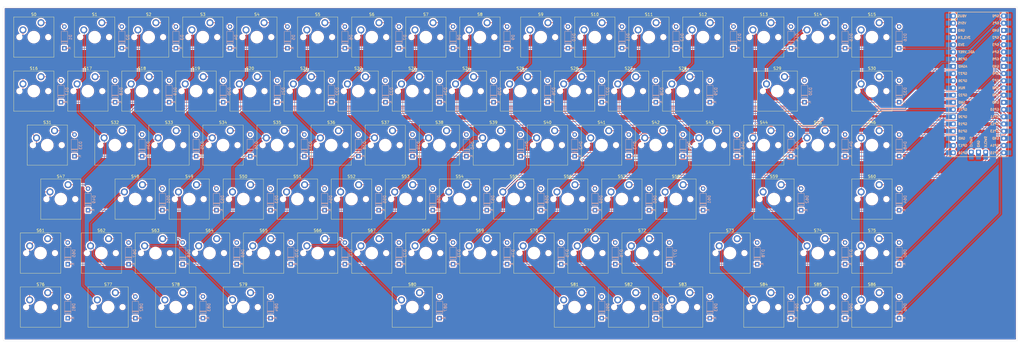
<source format=kicad_pcb>
(kicad_pcb (version 20240108) (generator "pcbnew") (generator_version "8.0")
  (title_block (title "Keyboard(0)") (date "2024-03-18") (rev "Gabriel Yassin") (company "~idk"))
  (layers (0 "F.Cu" signal) (31 "B.Cu" signal) (34 "B.Paste" user) (35 "F.Paste" user) (36 "B.SilkS" user "B.Silkscreen") (37 "F.SilkS" user "F.Silkscreen") (38 "B.Mask" user) (39 "F.Mask" user) (44 "Edge.Cuts" user))
  (net 0 "")
  (net 1 "Row 0")
  (net 2 "Net-(D1-A)")
  (net 3 "Net-(D2-A)")
  (net 4 "Net-(D3-A)")
  (net 5 "Net-(D4-A)")
  (net 6 "Net-(D5-A)")
  (net 7 "Net-(D6-A)")
  (net 8 "Net-(D7-A)")
  (net 9 "Net-(D8-A)")
  (net 10 "Net-(D9-A)")
  (net 11 "Net-(D10-A)")
  (net 12 "Net-(D11-A)")
  (net 13 "Net-(D12-A)")
  (net 14 "Net-(D13-A)")
  (net 15 "Net-(D14-A)")
  (net 16 "Net-(D15-A)")
  (net 17 "Net-(D16-A)")
  (net 18 "Net-(D17-A)")
  (net 19 "Row 1")
  (net 20 "Net-(D18-A)")
  (net 21 "Net-(D19-A)")
  (net 22 "Net-(D20-A)")
  (net 23 "Net-(D21-A)")
  (net 24 "Net-(D22-A)")
  (net 25 "Net-(D23-A)")
  (net 26 "Net-(D24-A)")
  (net 27 "Net-(D25-A)")
  (net 28 "Net-(D26-A)")
  (net 29 "Net-(D27-A)")
  (net 30 "Net-(D28-A)")
  (net 31 "Net-(D29-A)")
  (net 32 "Net-(D30-A)")
  (net 33 "Net-(D32-A)")
  (net 34 "Net-(D33-A)")
  (net 35 "Row 2")
  (net 36 "Net-(D34-A)")
  (net 37 "Net-(D35-A)")
  (net 38 "Net-(D36-A)")
  (net 39 "Net-(D37-A)")
  (net 40 "Net-(D38-A)")
  (net 41 "Net-(D39-A)")
  (net 42 "Net-(D40-A)")
  (net 43 "Net-(D41-A)")
  (net 44 "Net-(D42-A)")
  (net 45 "Net-(D43-A)")
  (net 46 "Net-(D44-A)")
  (net 47 "Net-(D45-A)")
  (net 48 "Net-(D46-A)")
  (net 49 "Net-(D47-A)")
  (net 50 "Net-(D48-A)")
  (net 51 "Row 3")
  (net 52 "Net-(D49-A)")
  (net 53 "Net-(D51-A)")
  (net 54 "Net-(D52-A)")
  (net 55 "Net-(D53-A)")
  (net 56 "Net-(D54-A)")
  (net 57 "Net-(D55-A)")
  (net 58 "Net-(D56-A)")
  (net 59 "Net-(D57-A)")
  (net 60 "Net-(D58-A)")
  (net 61 "Net-(D59-A)")
  (net 62 "Net-(D60-A)")
  (net 63 "Net-(D61-A)")
  (net 64 "Net-(D62-A)")
  (net 65 "Net-(D64-A)")
  (net 66 "Row 4")
  (net 67 "Net-(D65-A)")
  (net 68 "Net-(D67-A)")
  (net 69 "Net-(D68-A)")
  (net 70 "Net-(D69-A)")
  (net 71 "Net-(D70-A)")
  (net 72 "Net-(D71-A)")
  (net 73 "Net-(D72-A)")
  (net 74 "Net-(D73-A)")
  (net 75 "Net-(D74-A)")
  (net 76 "Net-(D75-A)")
  (net 77 "Net-(D76-A)")
  (net 78 "Net-(D77-A)")
  (net 79 "Net-(D78-A)")
  (net 80 "Net-(D79-A)")
  (net 81 "Net-(D80-A)")
  (net 82 "Net-(D81-A)")
  (net 83 "Row 5")
  (net 84 "Net-(D82-A)")
  (net 85 "Net-(D83-A)")
  (net 86 "Net-(D84-A)")
  (net 87 "Net-(D87-A)")
  (net 88 "Net-(D91-A)")
  (net 89 "Net-(D92-A)")
  (net 90 "Net-(D93-A)")
  (net 91 "Net-(D94-A)")
  (net 92 "Net-(D95-A)")
  (net 93 "Net-(D96-A)")
  (net 94 "Col 00")
  (net 95 "Col 01")
  (net 96 "Col 02")
  (net 97 "Col 03")
  (net 98 "Col 04")
  (net 99 "Col 05")
  (net 100 "Col 06")
  (net 101 "Col 07")
  (net 102 "Col 08")
  (net 103 "Col 09")
  (net 104 "Col 10")
  (net 105 "Col 11")
  (net 106 "Col 12")
  (net 107 "Col 13")
  (net 108 "Col 14")
  (net 109 "Col 15")
  (footprint "ScottoKeebs_MX:MX_PCB_1.00u" (layer "F.Cu") (at 159.1138 84.31)
    (property "Reference" "S53")
    (property "Value" "Keyswitch")
  )
  (footprint "ScottoKeebs_MX:MX_PCB_1.00u" (layer "F.Cu") (at 94.82 65.26)
    (property "Reference" "S34")
    (property "Value" "Keyswitch")
  )
  (footprint "ScottoKeebs_MX:MX_PCB_1.00u" (layer "F.Cu") (at 78.1513 122.41)
    (property "Reference" "S78")
    (property "Value" "Keyswitch")
  )
  (footprint "ScottoKeebs_MX:MX_PCB_1.00u" (layer "F.Cu") (at 142.445 46.21)
    (property "Reference" "S22")
    (property "Value" "Keyswitch")
  )
  (footprint "ScottoKeebs_MX:MX_PCB_1.00u" (layer "F.Cu") (at 51.9575 103.36)
    (property "Reference" "S62")
    (property "Value" "Keyswitch")
  )
  (footprint "ScottoKeebs_MX:MX_PCB_1.00u" (layer "F.Cu") (at 147.2075 27.16)
    (property "Reference" "S6")
    (property "Value" "Keyswitch")
  )
  (footprint "ScottoKeebs_MX:MX_PCB_1.00u" (layer "F.Cu") (at 288.8919 84.31)
    (property "Reference" "S59")
    (property "Value" "Keyswitch")
  )
  (footprint "ScottoKeebs_MX:MX_PCB_1.00u" (layer "F.Cu") (at 304.37 122.41)
    (property "Reference" "S85")
    (property "Value" "Keyswitch")
  )
  (footprint "ScottoKeebs_MX:MX_PCB_1.00u" (layer "F.Cu") (at 199.595 46.21)
    (property "Reference" "S25")
    (property "Value" "Keyswitch")
  )
  (footprint "ScottoKeebs_MX:MX_PCB_1.00u" (layer "F.Cu") (at 209.12 65.26)
    (property "Reference" "S40")
    (property "Value" "Keyswitch")
  )
  (footprint "ScottoKeebs_MX:MX_PCB_1.00u" (layer "F.Cu") (at 128.1575 103.36)
    (property "Reference" "S66")
    (property "Value" "Keyswitch")
  )
  (footprint "ScottoKeebs_MX:MX_PCB_1.00u" (layer "F.Cu") (at 216.2638 84.31)
    (property "Reference" "S56")
    (property "Value" "Keyswitch")
  )
  (footprint "ScottoKeebs_MX:MX_PCB_1.00u" (layer "F.Cu") (at 304.37 103.36)
    (property "Reference" "S74")
    (property "Value" "Keyswitch")
  )
  (footprint "ScottoKeebs_MX:MX_PCB_1.00u" (layer "F.Cu") (at 101.9638 84.31)
    (property "Reference" "S50")
    (property "Value" "Keyswitch")
  )
  (footprint "ScottoKeebs_MX:MX_PCB_1.00u" (layer "F.Cu") (at 28.145 46.21)
    (property "Reference" "S16")
    (property "Value" "Keyswitch")
  )
  (footprint "ScottoKeebs_MX:MX_PCB_1.00u" (layer "F.Cu") (at 123.395 46.21)
    (property "Reference" "S21")
    (property "Value" "Keyswitch")
  )
  (footprint "ScottoKeebs_MX:MX_PCB_1.00u" (layer "F.Cu") (at 54.3388 122.41)
    (property "Reference" "S77")
    (property "Value" "Keyswitch")
  )
  (footprint "ScottoKeebs_MX:MX_PCB_1.00u" (layer "F.Cu") (at 323.42 65.26)
    (property "Reference" "S46")
    (property "Value" "Keyswitch")
  )
  (footprint "ScottoKeebs_MX:MX_PCB_1.00u" (layer "F.Cu") (at 206.7388 27.16)
    (property "Reference" "S9")
    (property "Value" "Keyswitch")
  )
  (footprint "ScottoKeebs_MX:MX_PCB_1.00u" (layer "F.Cu") (at 218.645 122.41)
    (property "Reference" "S81")
    (property "Value" "Keyswitch")
  )
  (footprint "ScottoKeebs_MX:MX_PCB_1.00u" (layer "F.Cu") (at 71.0075 103.36)
    (property "Reference" "S63")
    (property "Value" "Keyswitch")
  )
  (footprint "ScottoKeebs_MX:MX_PCB_1.00u" (layer "F.Cu") (at 180.545 46.21)
    (property "Reference" "S24")
    (property "Value" "Keyswitch")
  )
  (footprint "ScottoKeebs_MX:MX_PCB_1.00u" (layer "F.Cu") (at 132.92 65.26)
    (property "Reference" "S36")
    (property "Value" "Keyswitch")
  )
  (footprint "ScottoKeebs_MX:MX_PCB_1.00u" (layer "F.Cu") (at 178.1638 84.31)
    (property "Reference" "S54")
    (property "Value" "Keyswitch")
  )
  (footprint "ScottoKeebs_MX:MX_PCB_1.00u" (layer "F.Cu") (at 68.6263 27.16)
    (property "Reference" "S2")
    (property "Value" "Keyswitch")
  )
  (footprint "ScottoKeebs_MX:MX_PCB_1.00u" (layer "F.Cu") (at 113.87 65.26)
    (property "Reference" "S35")
    (property "Value" "Keyswitch")
  )
  (footprint "ScottoKeebs_MX:MX_PCB_1.00u" (layer "F.Cu") (at 237.695 46.21)
    (property "Reference" "S27")
    (property "Value" "Keyswitch")
  )
  (footprint "ScottoKeebs_MX:MX_PCB_1.00u" (layer "F.Cu") (at 235.3138 84.31)
    (property "Reference" "S57")
    (property "Value" "Keyswitch")
  )
  (footprint "ScottoKeebs_MX:MX_PCB_1.00u" (layer "F.Cu") (at 166.2575 27.16)
    (property "Reference" "S7")
    (property "Value" "Keyswitch")
  )
  (footprint "ScottoKeebs_MX:MX_PCB_1.00u" (layer "F.Cu") (at 85.295 46.21)
    (property "Reference" "S19")
    (property "Value" "Keyswitch")
  )
  (footprint "ScottoKeebs_MX:MX_PCB_1.00u" (layer "F.Cu") (at 37.67 84.31)
    (property "Reference" "S47")
    (property "Value" "Keyswitch")
  )
  (footprint "ScottoKeebs_MX:MX_PCB_1.00u" (layer "F.Cu") (at 256.745 122.41)
    (property "Reference" "S83")
    (property "Value" "Keyswitch")
  )
  (footprint "ScottoKeebs_MX:MX_PCB_1.00u" (layer "F.Cu") (at 56.72 65.26)
    (property "Reference" "S32")
    (property "Value" "Keyswitch")
  )
  (footprint "ScottoKeebs_MX:MX_PCB_1.00u" (layer "F.Cu") (at 197.2138 84.31)
    (property "Reference" "S55")
    (property "Value" "Keyswitch")
  )
  (footprint "ScottoKeebs_MX:MX_PCB_1.00u" (layer "F.Cu") (at 190.07 65.26)
    (property "Reference" "S39")
    (property "Value" "Keyswitch")
  )
  (footprint "ScottoKeebs_MX:MX_PCB_1.00u" (layer "F.Cu") (at 323.42 84.31)
    (property "Reference" "S60")
    (property "Value" "Keyswitch")
  )
  (footprint "ScottoKeebs_MX:MX_PCB_1.00u" (layer "F.Cu") (at 285.32 122.41)
    (property "Reference" "S84")
    (property "Value" "Keyswitch")
  )
  (footprint "ScottoKeebs_MX:MX_PCB_1.00u" (layer "F.Cu") (at 285.32 27.16)
    (property "Reference" "S13")
    (property "Value" "Keyswitch")
  )
  (footprint "ScottoKeebs_MX:MX_PCB_1.00u" (layer "F.Cu") (at 204.3575 103.36)
    (property "Reference" "S70")
    (property "Value" "Keyswitch")
  )
  (footprint "ScottoKeebs_MX:MX_PCB_1.00u" (layer "F.Cu") (at 166.2575 103.36)
    (property "Reference" "S68")
    (property "Value" "Keyswitch")
  )
  (footprint "ScottoKeebs_MX:MX_PCB_1.00u" (layer "F.Cu") (at 247.22 65.26)
    (property "Reference" "S42")
    (property "Value" "Keyswitch")
  )
  (footprint "ScottoKeebs_MX:MX_PCB_1.00u" (layer "F.Cu") (at 101.9638 122.41)
    (property "Reference" "S79")
    (property "Value" "Keyswitch")
  )
  (footprint "ScottoKeebs_MX:MX_PCB_1.00u" (layer "F.Cu") (at 161.495 122.41)
    (property "Reference" "S80")
    (property "Value" "Keyswitch")
  )
  (footprint "ScottoKeebs_MX:MX_PCB_1.00u" (layer "F.Cu") (at 28.145 27.16)
    (property "Reference" "S0")
    (property "Value" "Keyswitch")
  )
  (footprint "ScottoKeebs_MX:MX_PCB_1.00u" (layer "F.Cu") (at 75.77 65.26)
    (property "Reference" "S33")
    (property "Value" "Keyswitch")
  )
  (footprint "ScottoKeebs_MX:MX_PCB_1.00u" (layer "F.Cu") (at 304.37 27.16)
    (property "Reference" "S14")
    (property "Value" "Keyswitch")
  )
  (footprint "ScottoKeebs_MX:MX_PCB_1.00u" (layer "F.Cu") (at 30.5263 122.41)
    (property "Reference" "S76")
    (property "Value" "Keyswitch")
  )
  (footprint "ScottoKeebs_MX:MX_PCB_1.00u" (layer "F.Cu") (at 256.745 46.21)
    (property "Reference" "S28")
    (property "Value" "Keyswitch")
  )
  (footprint "ScottoKeebs_MX:MX_PCB_1.00u" (layer "F.Cu") (at 66.245 46.21)
    (property "Reference" "S18")
    (property "Value" "Keyswitch")
  )
  (footprint "ScottoKeebs_MX:MX_PCB_1.00u" (layer "F.Cu") (at 185.3075 27.16)
    (property "Reference" "S8")
    (property "Value" "Keyswitch")
  )
  (footprint "ScottoKeebs_MX:MX_PCB_1.00u" (layer "F.Cu") (at 290.0825 46.21)
    (property "Reference" "S29")
    (property "Value" "Keyswitch")
  )
  (footprint "ScottoKeebs_MX:MX_PCB_1.00u" (layer "F.Cu") (at 128.1575 27.16)
    (property "Reference" "S5")
    (property "Value" "Keyswitch")
  )
  (footprint "ScottoKeebs_MX:MX_PCB_1.00u" (layer "F.Cu") (at 49.5763 27.16)
    (property "Reference" "S1")
    (property "Value" "Keyswitch")
  )
  (footprint "ScottoKeebs_MX:MX_PCB_1.00u" (layer "F.Cu") (at 242.4575 103.36)
    (property "Reference" "S72")
    (property "Value" "Keyswitch")
  )
  (footprint "ScottoKeebs_MX:MX_PCB_1.00u" (layer "F.Cu") (at 82.9138 84.31)
    (property "Reference" "S49")
    (property "Value" "Keyswitch")
  )
  (footprint "ScottoKeebs_MX:MX_PCB_1.00u" (layer "F.Cu") (at 273.4138 103.36)
    (property "Reference" "S73")
    (property "Value" "Keyswitch")
  )
  (footprint "ScottoKeebs_MX:MX_PCB_1.00u" (layer "F.Cu") (at 140.0638 84.31)
    (property "Reference" "S52")
    (property "Value" "Keyswitch")
  )
  (footprint "ScottoKeebs_MX:MX_PCB_1.00u" (layer "F.Cu") (at 225.7888 27.16)
    (property "Reference" "S10")
    (property "Value" "Keyswitch")
  )
  (footprint "ScottoKeebs_MX:MX_PCB_1.00u" (layer "F.Cu") (at 63.8638 84.31)
    (property "Reference" "S48")
    (property "Value" "Keyswitch")
  )
  (footprint "ScottoKeebs_MX:MX_PCB_1.00u" (layer "F.Cu") (at 323.42 27.16)
    (property "Reference" "S15")
    (property "Value" "Keyswitch")
  )
  (footprint "ScottoKeebs_MX:MX_PCB_1.00u" (layer "F.Cu") (at 185.3075 103.36)
    (property "Reference" "S69")
    (property "Value" "Keyswitch")
  )
  (footprint "ScottoKeebs_MX:MX_PCB_1.00u" (layer "F.Cu") (at 109.1075 103.36)
    (property "Reference" "S65")
    (property "Value" "Keyswitch")
  )
  (footprint "ScottoKeebs_MX:MX_PCB_1.00u" (layer "F.Cu") (at 263.8888 27.16)
    (property "Reference" "S12")
    (property "Value" "Keyswitch")
  )
  (footprint "ScottoKeebs_MX:MX_PCB_1.00u" (layer "F.Cu") (at 285.32 65.26)
    (property "Reference" "S44")
    (property "Value" "Keyswitch")
  )
  (footprint "ScottoKeebs_MX:MX_PCB_1.00u" (layer "F.Cu") (at 228.17 65.26)
    (property "Reference" "S41")
    (property "Value" "Keyswitch")
  )
  (footprint "ScottoKeebs_MX:MX_PCB_1.00u" (layer "F.Cu") (at 218.645 46.21)
    (property "Reference" "S26")
    (property "Value" "Keyswitch")
  )
  (footprint "ScottoKeebs_MX:MX_PCB_1.00u" (layer "F.Cu") (at 237.695 122.41)
    (property "Reference" "S82")
    (property "Value" "Keyswitch")
  )
  (footprint "ScottoKeebs_MX:MX_PCB_1.00u" (layer "F.Cu") (at 151.97 65.26)
    (property "Reference" "S37")
    (property "Value" "Keyswitch")
  )
  (footprint "ScottoKeebs_MX:MX_PCB_1.00u" (layer "F.Cu") (at 244.8388 27.16)
    (property "Reference" "S11")
    (property "Value" "Keyswitch")
  )
  (footprint "ScottoKeebs_MX:MX_PCB_1.00u" (layer "F.Cu") (at 323.42 103.36)
    (property "Reference" "S75")
    (property "Value" "Keyswitch")
  )
  (footprint "ScottoKeebs_MX:MX_PCB_1.00u" (layer "F.Cu") (at 171.02 65.26)
    (property "Reference" "S38")
    (property "Value" "Keyswitch")
  )
  (footprint "ScottoKeebs_MX:MX_PCB_1.00u" (layer "F.Cu") (at 161.495 46.21)
    (property "Reference" "S23")
    (property "Value" "Keyswitch")
  )
  (footprint "ScottoKeebs_MX:MX_PCB_1.00u" (layer "F.Cu") (at 121.0138 84.31)
    (property "Reference" "S51")
    (property "Value" "Keyswitch")
  )
  (footprint "ScottoKeebs_MX:MX_PCB_1.00u" (layer "F.Cu") (at 266.27 65.26)
    (property "Reference" "S43")
    (property "Value" "Keyswitch")
  )
  (footprint "ScottoKeebs_MX:MX_PCB_1.00u" (layer "F.Cu") (at 323.42 122.41)
    (property "Reference" "S86")
    (property "Value" "Keyswitch")
  )
  (footprint "ScottoKeebs_MX:MX_PCB_1.00u" (layer "F.Cu") (at 323.42 46.21)
    (property "Reference" "S30")
    (property "Value" "Keyswitch")
  )
  (footprint "ScottoKeebs_MX:MX_PCB_1.00u" (layer "F.Cu") (at 147.2075 103.36)
    (property "Reference" "S67")
    (property "Value" "Keyswitch")
  )
  (footprint "ScottoKeebs_MX:MX_PCB_1.00u" (layer "F.Cu") (at 254.3638 84.31)
    (property "Reference" "S58")
    (property "Value" "Keyswitch")
  )
  (footprint "ScottoKeebs_MX:MX_PCB_1.00u" (layer "F.Cu") (at 90.0575 103.36)
    (property "Reference" "S64")
    (property "Value" "Keyswitch")
  )
  (footprint "ScottoKeebs_MX:MX_PCB_1.00u" (layer "F.Cu") (at 106.7263 27.16)
    (property "Reference" "S4")
    (property "Value" "Keyswitch")
  )
  (footprint "ScottoKeebs_MX:MX_PCB_1.00u" (layer "F.Cu") (at 223.4075 103.36)
    (property "Reference" "S71")
    (property "Value" "Keyswitch")
  )
  (footprint "ScottoKeebs_MX:MX_PCB_1.00u" (layer "F.Cu") (at 47.195 46.21)
    (property "Reference" "S17")
    (property "Value" "Keyswitch")
  )
  (footprint "ScottoKeebs_MX:MX_PCB_1.00u" (layer "F.Cu") (at 104.345 46.21)
    (property "Reference" "S20")
    (property "Value" "Keyswitch")
  )
  (footprint "ScottoKeebs_MX:MX_PCB_1.00u" (layer "F.Cu") (at 304.37 65.26)
    (property "Reference" "S45")
    (property "Value" "Keyswitch")
  )
  (footprint "ScottoKeebs_MX:MX_PCB_1.00u" (layer "F.Cu") (at 30.5263 103.36)
    (property "Reference" "S61")
    (property "Value" "Keyswitch")
  )
  (footprint "ScottoKeebs_MX:MX_PCB_1.00u" (layer "F.Cu") (at 32.9075 65.26)
    (property "Reference" "S31")
    (property "Value" "Keyswitch")
  )
  (footprint "ScottoKeebs_MX:MX_PCB_1.00u" (layer "F.Cu") (at 87.6763 27.16)
    (property "Reference" "S3")
    (property "Value" "Keyswitch")
  )
  (footprint "ScottoKeebs_Components:Diode_DO-35" (layer "B.Cu") (at 40.1106 126.3175 90)
    (property "Reference" "D81")
    (property "Value" "Diode")
  )
  (footprint "ScottoKeebs_Components:Diode_DO-35" (layer "B.Cu") (at 78.2106 31.0675 90)
    (property "Reference" "D3")
    (property "Value" "Diode")
  )
  (footprint "ScottoKeebs_Components:Diode_DO-35" (layer "B.Cu") (at 333.0044 69.1675 90)
    (property "Reference" "D48")
    (property "Value" "Diode")
  )
  (footprint "ScottoKeebs_Components:Diode_DO-35" (layer "B.Cu") (at 266.3294 126.3175 90)
    (property "Reference" "D93")
    (property "Value" "Diode")
  )
  (footprint "ScottoKeebs_Components:Diode_DO-35" (layer "B.Cu") (at 132.9794 50.1175 90)
    (property "Reference" "D22")
    (property "Value" "Diode")
  )
  (footprint "ScottoKeebs_Components:Diode_DO-35" (layer "B.Cu") (at 256.8044 69.1675 90)
    (property "Reference" "D44")
    (property "Value" "Diode")
  )
  (footprint "ScottoKeebs_Components:Diode_DO-35" (layer "B.Cu") (at 254.4231 31.0675 90)
    (property "Reference" "D12")
    (property "Value" "Diode")
  )
  (footprint "ScottoKeebs_Components:Diode_DO-35" (layer "B.Cu") (at 73.4481 88.2175 90)
    (property "Reference" "D51")
    (property "Value" "Diode")
  )
  (footprint "ScottoKeebs_Components:Diode_DO-35" (layer "B.Cu") (at 333.0044 31.0675 90)
    (property "Reference" "D16")
    (property "Value" "Diode")
  )
  (footprint "ScottoKeebs_Components:Diode_DO-35" (layer "B.Cu") (at 209.1794 50.1175 90)
    (property "Reference" "D26")
    (property "Value" "Diode")
  )
  (footprint "ScottoKeebs_Components:Diode_DO-35" (layer "B.Cu") (at 206.7981 88.2175 90)
    (property "Reference" "D58")
    (property "Value" "Diode")
  )
  (footprint "ScottoKeebs_Components:Diode_DO-35" (layer "B.Cu") (at 113.9294 50.1175 90)
    (property "Reference" "D21")
    (property "Value" "Diode")
  )
  (footprint "ScottoKeebs_MCU:Raspberry_Pi_Pico" (layer "B.Cu") (at 360.9644 43.8287 180)
    (property "Reference" "U1" (hide yes))
    (property "Value" "Raspberry_Pi_Pico" (hide yes))
  )
  (footprint "ScottoKeebs_Components:Diode_DO-35" (layer "B.Cu") (at 235.3731 31.0675 90)
    (property "Reference" "D11")
    (property "Value" "Diode")
  )
  (footprint "ScottoKeebs_Components:Diode_DO-35" (layer "B.Cu") (at 218.7044 69.1675 90)
    (property "Reference" "D42")
    (property "Value" "Diode")
  )
  (footprint "ScottoKeebs_Components:Diode_DO-35" (layer "B.Cu") (at 171.0794 50.1175 90)
    (property "Reference" "D24")
    (property "Value" "Diode")
  )
  (footprint "ScottoKeebs_Components:Diode_DO-35" (layer "B.Cu") (at 37.7294 50.1175 90)
    (property "Reference" "D17")
    (property "Value" "Diode")
  )
  (footprint "ScottoKeebs_Components:Diode_DO-35" (layer "B.Cu") (at 156.7919 31.0675 90)
    (property "Reference" "D7")
    (property "Value" "Diode")
  )
  (footprint "ScottoKeebs_Components:Diode_DO-35" (layer "B.Cu") (at 99.6419 107.2675 90)
    (property "Reference" "D69")
    (property "Value" "Diode")
  )
  (footprint "ScottoKeebs_Components:Diode_DO-35" (layer "B.Cu") (at 252.0419 107.2675 90)
    (property "Reference" "D77")
    (property "Value" "Diode")
  )
  (footprint "ScottoKeebs_Components:Diode_DO-35" (layer "B.Cu") (at 85.3544 69.1675 90)
    (property "Reference" "D35")
    (property "Value" "Diode")
  )
  (footprint "ScottoKeebs_Components:Diode_DO-35" (layer "B.Cu") (at 142.5044 69.1675 90)
    (property "Reference" "D38")
    (property "Value" "Diode")
  )
  (footprint "ScottoKeebs_Components:Diode_DO-35" (layer "B.Cu") (at 175.8419 107.2675 90)
    (property "Reference" "D73")
    (property "Value" "Diode")
  )
  (footprint "ScottoKeebs_Components:Diode_DO-35" (layer "B.Cu") (at 275.8544 69.1675 90)
    (property "Reference" "D45")
    (property "Value" "Diode")
  )
  (footprint "ScottoKeebs_Components:Diode_DO-35" (layer "B.Cu") (at 97.2606 31.0675 90)
    (property "Reference" "D4")
    (property "Value" "Diode")
  )
  (footprint "ScottoKeebs_Components:Diode_DO-35" (layer "B.Cu") (at 66.3044 69.1675 90)
    (property "Reference" "D34")
    (property "Value" "Diode")
  )
  (footprint "ScottoKeebs_Components:Diode_DO-35" (layer "B.Cu") (at 294.9044 69.1675 90)
    (property "Reference" "D46")
    (property "Value" "Diode")
  )
  (footprint "ScottoKeebs_Components:Diode_DO-35" (layer "B.Cu") (at 171.0794 126.3175 90)
    (property "Reference" "D87")
    (property "Value" "Diode")
  )
  (footprint "ScottoKeebs_Components:Diode_DO-35" (layer "B.Cu") (at 56.7794 50.1175 90)
    (property "Reference" "D18")
    (property "Value" "Diode")
  )
  (footprint "ScottoKeebs_Components:Diode_DO-35" (layer "B.Cu") (at 299.6669 50.1175 90)
    (property "Reference" "D30")
    (property "Value" "Diode")
  )
  (footprint "ScottoKeebs_Components:Diode_DO-35" (layer "B.Cu") (at 282.9981 107.2675 90)
    (property "Reference" "D78")
    (property "Value" "Diode")
  )
  (footprint "ScottoKeebs_Components:Diode_DO-35" (layer "B.Cu") (at 187.7481 88.2175 90)
    (property "Reference" "D57")
    (property "Value" "Diode")
  )
  (footprint "ScottoKeebs_Components:Diode_DO-35" (layer "B.Cu") (at 75.8294 50.1175 90)
    (property "Reference" "D19")
    (property "Value" "Diode")
  )
  (footprint "ScottoKeebs_Components:Diode_DO-35" (layer "B.Cu") (at 130.5981 88.2175 90)
    (property "Reference" "D54")
    (property "Value" "Diode")
  )
  (footprint "ScottoKeebs_Components:Diode_DO-35" (layer "B.Cu") (at 137.7419 107.2675 90)
    (property "Reference" "D71")
    (property "Value" "Diode")
  )
  (footprint "ScottoKeebs_Components:Diode_DO-35" (layer "B.Cu") (at 152.0294 50.1175 90)
    (property "Reference" "D23")
    (property "Value" "Diode")
  )
  (footprint "ScottoKeebs_Components:Diode_DO-35" (layer "B.Cu") (at 92.4981 88.2175 90)
    (property "Reference" "D52")
    (property "Value" "Diode")
  )
  (footprint "ScottoKeebs_Components:Diode_DO-35" (layer "B.Cu") (at 61.5419 107.2675 90)
    (property "Reference" "D67")
    (property "Value" "Diode")
  )
  (footprint "ScottoKeebs_Components:Diode_DO-35" (layer "B.Cu") (at 111.5481 88.2175 90)
    (property "Reference" "D53")
    (property "Value" "Diode")
  )
  (footprint "ScottoKeebs_Components:Diode_DO-35" (layer "B.Cu") (at 59.1606 31.0675 90)
    (property "Reference" "D2")
    (property "Value" "Diode")
  )
  (footprint "ScottoKeebs_Components:Diode_DO-35" (layer "B.Cu") (at 298.4763 88.2175 90)
    (property "Reference" "D62")
    (property "Value" "Diode")
  )
  (footprint "ScottoKeebs_Components:Diode_DO-35" (layer "B.Cu") (at 216.3231 31.0675 90)
    (property "Reference" "D10")
    (property "Value" "Diode")
  )
  (footprint "ScottoKeebs_Components:Diode_DO-35" (layer "B.Cu") (at 313.9544 126.3175 90)
    (property "Reference" "D95")
    (property "Value" "Diode")
  )
  (footprint "ScottoKeebs_Components:Diode_DO-35" (layer "B.Cu") (at 40.1106 107.2675 90)
    (property "Reference" "D65")
    (property "Value" "Diode")
  )
  (footprint "ScottoKeebs_Components:Diode_DO-35" (layer "B.Cu") (at 180.545 69.1675 90)
    (property "Reference" "D40")
    (property "Value" "Diode")
  )
  (footprint "ScottoKeebs_Components:Diode_DO-35" (layer "B.Cu") (at 247.2794 50.1175 90)
    (property "Reference" "D28")
    (property "Value" "Diode")
  )
  (footprint "ScottoKeebs_Components:Diode_DO-35" (layer "B.Cu") (at 294.9044 126.3175 90)
    (property "Reference" "D94")
    (property "Value" "Diode")
  )
  (footprint "ScottoKeebs_Components:Diode_DO-35" (layer "B.Cu") (at 263.9481 88.2175 90)
    (property "Reference" "D61")
    (property "Value" "Diode")
  )
  (footprint "ScottoKeebs_Components:Diode_DO-35" (layer "B.Cu") (at 333.0044 126.3175 90)
    (property "Reference" "D96")
    (property "Value" "Diode")
  )
  (footprint "ScottoKeebs_Components:Diode_DO-35" (layer "B.Cu") (at 232.9919 107.2675 90)
    (property "Reference" "D76")
    (property "Value" "Diode")
  )
  (footprint "ScottoKeebs_Components:Diode_DO-35" (layer "B.Cu") (at 247.2794 126.3175 90)
    (property "Reference" "D92")
    (property "Value" "Diode")
  )
  (footprint "ScottoKeebs_Components:Diode_DO-35" (layer "B.Cu") (at 228.2294 126.3175 90)
    (property "Reference" "D91")
    (property "Value" "Diode")
  )
  (footprint "ScottoKeebs_Components:Diode_DO-35" (layer "B.Cu") (at 313.9544 69.1675 90)
    (property "Reference" "D47")
    (property "Value" "Diode")
  )
  (footprint "ScottoKeebs_Components:Diode_DO-35" (layer "B.Cu") (at 118.6919 107.2675 90)
    (property "Reference" "D70")
    (property "Value" "Diode")
  )
  (footprint "ScottoKeebs_Components:Diode_DO-35" (layer "B.Cu") (at 244.8981 88.2175 90)
    (property "Reference" "D60")
    (property "Value" "Diode")
  )
  (footprint "ScottoKeebs_Components:Diode_DO-35" (layer "B.Cu") (at 94.8794 50.1175 90)
    (property "Reference" "D20")
    (property "Value" "Diode")
  )
  (footprint "ScottoKeebs_Components:Diode_DO-35" (layer "B.Cu") (at 190.1294 50.1175 90)
    (property "Reference" "D25")
    (property "Value" "Diode")
  )
  (footprint "ScottoKeebs_Components:Diode_DO-35" (layer "B.Cu") (at 104.4044 69.1675 90)
    (property "Reference" "D36")
    (property "Value" "Diode")
  )
  (footprint "ScottoKeebs_Components:Diode_DO-35" (layer "B.Cu") (at 274.6638 31.0675 90)
    (property "Reference" "D13")
    (property "Value" "Diode")
  )
  (footprint "ScottoKeebs_Components:Diode_DO-35" (layer "B.Cu") (at 199.6544 69.1675 90)
    (property "Reference" "D41")
    (property "Value" "Diode")
  )
  (footprint "ScottoKeebs_Components:Diode_DO-35" (layer "B.Cu") (at 111.5481 126.3175 90)
    (property "Reference" "D84")
    (property "Value" "Diode")
  )
  (footprint "ScottoKeebs_Components:Diode_DO-35" (layer "B.Cu") (at 161.5544 69.1675 90)
    (property "Reference" "D39")
    (property "Value" "Diode")
  )
  (footprint "ScottoKeebs_Components:Diode_DO-35" (layer "B.Cu") (at 87.7356 126.3175 90)
    (property "Reference" "D83")
    (property "Value" "Diode")
  )
  (footprint "ScottoKeebs_Components:Diode_DO-35" (layer "B.Cu") (at 333.0044 88.2175 90)
    (property "Reference" "D64")
    (property "Value" "Diode")
  )
  (footprint "ScottoKeebs_Components:Diode_DO-35" (layer "B.Cu") (at 333.0044 107.2675 90)
    (property "Reference" "D80")
    (property "Value" "Diode")
  )
  (footprint "ScottoKeebs_Components:Diode_DO-35" (layer "B.Cu") (at 80.5919 107.2675 90)
    (property "Reference" "D68")
    (property "Value" "Diode")
  )
  (footprint "ScottoKeebs_Components:Diode_DO-35" (layer "B.Cu") (at 168.6981 88.2175 90)
    (property "Reference" "D56")
    (property "Value" "Diode")
  )
  (footprint "ScottoKeebs_Components:Diode_DO-35" (layer "B.Cu") (at 237.7544 69.1675 90)
    (property "Reference" "D43")
    (property "Value" "Diode")
  )
  (footprint "ScottoKeebs_Components:Diode_DO-35" (layer "B.Cu") (at 38.92 31.0675 90)
    (property "Reference" "D1")
    (property "Value" "Diode")
  )
  (footprint "ScottoKeebs_Components:Diode_DO-35" (layer "B.Cu") (at 149.6481 88.2175 90)
    (property "Reference" "D55")
    (property "Value" "Diode")
  )
  (footprint "ScottoKeebs_Components:Diode_DO-35" (layer "B.Cu") (at 156.7919 107.2675 90)
    (property "Reference" "D72")
    (property "Value" "Diode")
  )
  (footprint "ScottoKeebs_Components:Diode_DO-35" (layer "B.Cu") (at 123.4544 69.1675 90)
    (property "Reference" "D37")
    (property "Value" "Diode")
  )
  (footprint "ScottoKeebs_Components:Diode_DO-35" (layer "B.Cu") (at 266.3294 50.1175 90)
    (property "Reference" "D29")
    (property "Value" "Diode")
  )
  (footprint "ScottoKeebs_Components:Diode_DO-35" (layer "B.Cu") (at 194.8919 107.2675 90)
    (property "Reference" "D74")
    (property "Value" "Diode")
  )
  (footprint "ScottoKeebs_Components:Diode_DO-35" (layer "B.Cu") (at 213.9419 107.2675 90)
    (property "Reference" "D75")
    (property "Value" "Diode")
  )
  (footprint "ScottoKeebs_Components:Diode_DO-35" (layer "B.Cu") (at 225.8481 88.2175 90)
    (property "Reference" "D59")
    (property "Value" "Diode")
  )
  (footprint "ScottoKeebs_Components:Diode_DO-35" (layer "B.Cu") (at 42.4919 69.1675 90)
    (property "Reference" "D33")
    (property "Value" "Diode")
  )
  (footprint "ScottoKeebs_Components:Diode_DO-35" (layer "B.Cu") (at 63.9231 126.3175 90)
    (property "Reference" "D82")
    (property "Value" "Diode")
  )
  (footprint "ScottoKeebs_Components:Diode_DO-35" (layer "B.Cu") (at 117.5013 31.0675 90)
    (property "Reference" "D5")
    (property "Value" "Diode")
  )
  (footprint "ScottoKeebs_Components:Diode_DO-35" (layer "B.Cu") (at 175.8419 31.0675 90)
    (property "Reference" "D8")
    (property "Value" "Diode")
  )
  (footprint "ScottoKeebs_Components:Diode_DO-35" (layer "B.Cu") (at 194.8919 31.0675 90)
    (property "Reference" "D9")
    (property "Value" "Diode")
  )
  (footprint "ScottoKeebs_Components:Diode_DO-35" (layer "B.Cu") (at 313.9544 107.2675 90)
    (property "Reference" "D79")
    (property "Value" "Diode")
  )
  (footprint "ScottoKeebs_Components:Diode_DO-35" (layer "B.Cu") (at 137.7419 31.0675 90)
    (property "Reference" "D6")
    (property "Value" "Diode")
  )
  (footprint "ScottoKeebs_Components:Diode_DO-35" (layer "B.Cu") (at 294.9044 31.0675 90)
    (property "Reference" "D14")
    (property "Value" "Diode")
  )
  (footprint "ScottoKeebs_Components:Diode_DO-35" (layer "B.Cu") (at 228.2294 50.1175 90)
    (property "Reference" "D27")
    (property "Value" "Diode")
  )
  (footprint "ScottoKeebs_Components:Diode_DO-35" (layer "B.Cu") (at 313.9544 31.0675 90)
    (property "Reference" "D15")
    (property "Value" "Diode")
  )
  (footprint "ScottoKeebs_Components:Diode_DO-35" (layer "B.Cu") (at 47.2544 88.2175 90)
    (property "Reference" "D49")
    (property "Value" "Diode")
  )
  (footprint "ScottoKeebs_Components:Diode_DO-35" (layer "B.Cu") (at 333.0044 50.1175 90)
    (property "Reference" "D32")
    (property "Value" "Diode")
  )
  (gr_rect (start 17.429375 16.444375) (end 374.616875 134.31625) (stroke (width 0.05)) (fill none) (layer "Edge.Cuts"))
  (segment (start 370.172 20.0162) (end 370.013 19.8575) (width 0.2) (layer "F.Cu") (net 1))
  (segment (start 194.8919 31.0675) (end 216.3231 31.0675) (width 0.2) (layer "F.Cu") (net 1))
  (segment (start 175.8419 31.0675) (end 194.8919 31.0675) (width 0.2) (layer "F.Cu") (net 1))
  (segment (start 274.6638 31.0675) (end 294.9044 31.0675) (width 0.2) (layer "F.Cu") (net 1))
  (segment (start 38.92 31.0675) (end 59.1606 31.0675) (width 0.2) (layer "F.Cu") (net 1))
  (segment (start 156.7919 31.0675) (end 175.8419 31.0675) (width 0.2) (layer "F.Cu") (net 1))
  (segment (start 254.4231 31.0675) (end 274.6638 31.0675) (width 0.2) (layer "F.Cu") (net 1))
  (segment (start 235.3731 31.0675) (end 254.4231 31.0675) (width 0.2) (layer "F.Cu") (net 1))
  (segment (start 117.5013 31.0675) (end 137.7419 31.0675) (width 0.2) (layer "F.Cu") (net 1))
  (segment (start 137.7419 31.0675) (end 156.7919 31.0675) (width 0.2) (layer "F.Cu") (net 1))
  (segment (start 370.013 19.8575) (end 369.8544 19.6989) (width 0.2) (layer "F.Cu") (net 1))
  (segment (start 333.004 31.0675) (end 333.0044 31.0675) (width 0.2) (layer "F.Cu") (net 1))
  (segment (start 59.1606 31.0675) (end 78.2106 31.0675) (width 0.2) (layer "F.Cu") (net 1))
  (segment (start 369.8544 19.6989) (end 369.8544 19.6987) (width 0.2) (layer "F.Cu") (net 1))
  (segment (start 370.013 19.8575) (end 369.854 19.6988) (width 0.2) (layer "F.Cu") (net 1))
  (segment (start 97.2606 31.0675) (end 117.5013 31.0675) (width 0.2) (layer "F.Cu") (net 1))
  (segment (start 216.3231 31.0675) (end 235.3731 31.0675) (width 0.2) (layer "F.Cu") (net 1))
  (segment (start 294.9044 31.0675) (end 313.9544 31.0675) (width 0.2) (layer "F.Cu") (net 1))
  (segment (start 78.2106 31.0675) (end 97.2606 31.0675) (width 0.2) (layer "F.Cu") (net 1))
  (segment (start 313.9544 31.0675) (end 333.004 31.0675) (width 0.2) (layer "F.Cu") (net 1))
  (segment (start 357.3339 31.0675) (end 333.0044 31.0675) (width 0.2) (layer "B.Cu") (net 1))
  (segment (start 369.8544 19.6987) (end 368.7027 19.6987) (width 0.2) (layer "B.Cu") (net 1))
  (segment (start 368.7027 19.6987) (end 357.3339 31.0675) (width 0.2) (layer "B.Cu") (net 1))
  (segment (start 37.5525 22.08) (end 38.92 23.4475) (width 0.2) (layer "F.Cu") (net 2))
  (segment (start 30.685 22.08) (end 37.5525 22.08) (width 0.2) (layer "F.Cu") (net 2))
  (segment (start 52.1163 22.08) (end 57.7931 22.08) (width 0.2) (layer "F.Cu") (net 3))
  (segment (start 57.7931 22.08) (end 59.1606 23.4475) (width 0.2) (layer "F.Cu") (net 3))
  (segment (start 52.1162 22.08) (end 52.1163 22.08) (width 0.2) (layer "F.Cu") (net 3))
  (segment (start 71.1663 22.08) (end 76.8431 22.08) (width 0.2) (layer "F.Cu") (net 4))
  (segment (start 71.1662 22.08) (end 71.1663 22.08) (width 0.2) (layer "F.Cu") (net 4))
  (segment (start 76.8431 22.08) (end 78.2106 23.4475) (width 0.2) (layer "F.Cu") (net 4))
  (segment (start 90.2162 22.08) (end 90.2163 22.08) (width 0.2) (layer "F.Cu") (net 5))
  (segment (start 95.8931 22.08) (end 97.2606 23.4475) (width 0.2) (layer "F.Cu") (net 5))
  (segment (start 90.2163 22.08) (end 95.8931 22.08) (width 0.2) (layer "F.Cu") (net 5))
  (segment (start 116.134 22.08) (end 117.501 23.4475) (width 0.2) (layer "F.Cu") (net 6))
  (segment (start 109.2663 22.08) (end 116.134 22.08) (width 0.2) (layer "F.Cu") (net 6))
  (segment (start 117.5013 23.4475) (end 117.501 23.4475) (width 0.2) (layer "F.Cu") (net 6))
  (segment (start 109.266 22.08) (end 109.2663 22.08) (width 0.2) (layer "F.Cu") (net 6))
  (segment (start 130.6975 22.08) (end 130.698 22.08) (width 0.2) (layer "F.Cu") (net 7))
  (segment (start 130.698 22.08) (end 136.374 22.08) (width 0.2) (layer "F.Cu") (net 7))
  (segment (start 137.7419 23.4475) (end 137.742 23.4475) (width 0.2) (layer "F.Cu") (net 7))
  (segment (start 136.374 22.08) (end 137.7419 23.4475) (width 0.2) (layer "F.Cu") (net 7))
  (segment (start 155.424 22.08) (end 156.7919 23.4475) (width 0.2) (layer "F.Cu") (net 8))
  (segment (start 156.7919 23.4475) (end 156.792 23.4475) (width 0.2) (layer "F.Cu") (net 8))
  (segment (start 149.748 22.08) (end 155.424 22.08) (width 0.2) (layer "F.Cu") (net 8))
  (segment (start 149.7475 22.08) (end 149.748 22.08) (width 0.2) (layer "F.Cu") (net 8))
  (segment (start 168.798 22.08) (end 174.474 22.08) (width 0.2) (layer "F.Cu") (net 9))
  (segment (start 168.7975 22.08) (end 168.798 22.08) (width 0.2) (layer "F.Cu") (net 9))
  (segment (start 175.8419 23.4475) (end 175.842 23.4475) (width 0.2) (layer "F.Cu") (net 9))
  (segment (start 174.474 22.08) (end 175.8419 23.4475) (width 0.2) (layer "F.Cu") (net 9))
  (segment (start 187.848 22.08) (end 193.524 22.08) (width 0.2) (layer "F.Cu") (net 10))
  (segment (start 193.524 22.08) (end 194.8919 23.4475) (width 0.2) (layer "F.Cu") (net 10))
  (segment (start 194.8919 23.4475) (end 194.892 23.4475) (width 0.2) (layer "F.Cu") (net 10))
  (segment (start 187.8475 22.08) (end 187.848 22.08) (width 0.2) (layer "F.Cu") (net 10))
  (segment (start 214.956 22.08) (end 216.323 23.4475) (width 0.2) (layer "F.Cu") (net 11))
  (segment (start 216.3231 23.4475) (end 216.323 23.4475) (width 0.2) (layer "F.Cu") (net 11))
  (segment (start 209.2788 22.08) (end 209.279 22.08) (width 0.2) (layer "F.Cu") (net 11))
  (segment (start 209.279 22.08) (end 214.956 22.08) (width 0.2) (layer "F.Cu") (net 11))
  (segment (start 235.3731 23.4475) (end 235.373 23.4475) (width 0.2) (layer "F.Cu") (net 12))
  (segment (start 228.329 22.08) (end 234.006 22.08) (width 0.2) (layer "F.Cu") (net 12))
  (segment (start 228.3288 22.08) (end 228.329 22.08) (width 0.2) (layer "F.Cu") (net 12))
  (segment (start 234.006 22.08) (end 235.373 23.4475) (width 0.2) (layer "F.Cu") (net 12))
  (segment (start 254.4231 23.4475) (end 254.423 23.4475) (width 0.2) (layer "F.Cu") (net 13))
  (segment (start 253.056 22.08) (end 254.423 23.4475) (width 0.2) (layer "F.Cu") (net 13))
  (segment (start 247.379 22.08) (end 253.056 22.08) (width 0.2) (layer "F.Cu") (net 13))
  (segment (start 247.3788 22.08) (end 247.379 22.08) (width 0.2) (layer "F.Cu") (net 13))
  (segment (start 274.6638 23.4475) (end 274.6639 23.4474) (width 0.2) (layer "F.Cu") (net 14))
  (segment (start 274.6639 23.4474) (end 274.664 23.4475) (width 0.2) (layer "F.Cu") (net 14))
  (segment (start 266.429 22.08) (end 266.4288 22.08) (width 0.2) (layer "F.Cu") (net 14))
  (segment (start 266.429 22.08) (end 273.296 22.08) (width 0.2) (layer "F.Cu") (net 14))
  (segment (start 273.296 22.08) (end 274.6639 23.4474) (width 0.2) (layer "F.Cu") (net 14))
  (segment (start 294.9044 23.4475) (end 294.904 23.4475) (width 0.2) (layer "F.Cu") (net 15))
  (segment (start 293.537 22.08) (end 294.904 23.4475) (width 0.2) (layer "F.Cu") (net 15))
  (segment (start 287.86 22.08) (end 293.537 22.08) (width 0.2) (layer "F.Cu") (net 15))
  (segment (start 313.9544 23.4475) (end 313.954 23.4475) (width 0.2) (layer "F.Cu") (net 16))
  (segment (start 306.91 22.08) (end 312.587 22.08) (width 0.2) (layer "F.Cu") (net 16))
  (segment (start 312.587 22.08) (end 313.954 23.4475) (width 0.2) (layer "F.Cu") (net 16))
  (segment (start 325.96 22.08) (end 331.637 22.08) (width 0.2) (layer "F.Cu") (net 17))
  (segment (start 333.0044 23.4475) (end 333.004 23.4475) (width 0.2) (layer "F.Cu") (net 17))
  (segment (start 331.637 22.08) (end 333.004 23.4475) (width 0.2) (layer "F.Cu") (net 17))
  (segment (start 30.685 41.13) (end 36.3619 41.13) (width 0.2) (layer "F.Cu") (net 18))
  (segment (start 36.3619 41.13) (end 37.7294 42.4975) (width 0.2) (layer "F.Cu") (net 18))
  (segment (start 266.3294 50.1175) (end 299.6669 50.1175) (width 0.2) (layer "F.Cu") (net 19))
  (segment (start 113.9294 50.1175) (end 132.9794 50.1175) (width 0.2) (layer "F.Cu") (net 19))
  (segment (start 152.0294 50.1175) (end 171.0794 50.1175) (width 0.2) (layer "F.Cu") (net 19))
  (segment (start 56.7794 50.1175) (end 75.8294 50.1175) (width 0.2) (layer "F.Cu") (net 19))
  (segment (start 228.2294 50.1175) (end 247.2794 50.1175) (width 0.2) (layer "F.Cu") (net 19))
  (segment (start 132.9794 50.1175) (end 152.0294 50.1175) (width 0.2) (layer "F.Cu") (net 19))
  (segment (start 299.6669 50.1175) (end 333.004 50.1175) (width 0.2) (layer "F.Cu") (net 19))
  (segment (start 333.004 50.1175) (end 333.0044 50.1175) (width 0.2) (layer "F.Cu") (net 19))
  (segment (start 94.8794 50.1175) (end 113.9294 50.1175) (width 0.2) (layer "F.Cu") (net 19))
  (segment (start 171.0794 50.1175) (end 190.1294 50.1175) (width 0.2) (layer "F.Cu") (net 19))
  (segment (start 209.1794 50.1175) (end 228.2294 50.1175) (width 0.2) (layer "F.Cu") (net 19))
  (segment (start 75.8294 50.1175) (end 94.8794 50.1175) (width 0.2) (layer "F.Cu") (net 19))
  (segment (start 190.1294 50.1175) (end 209.1794 50.1175) (width 0.2) (layer "F.Cu") (net 19))
  (segment (start 247.2794 50.1175) (end 266.3294 50.1175) (width 0.2) (layer "F.Cu") (net 19))
  (segment (start 37.7294 50.1175) (end 56.7794 50.1175) (width 0.2) (layer "F.Cu") (net 19))
  (segment (start 348.1332 36.0904) (end 334.1061 50.1175) (width 0.2) (layer "B.Cu") (net 19))
  (segment (start 354.851 36.0904) (end 348.1332 36.0904) (width 0.2) (layer "B.Cu") (net 19))
  (segment (start 369.8544 22.2387) (end 368.7027 22.2387) (width 0.2) (layer "B.Cu") (net 19))
  (segment (start 368.7027 22.2387) (end 354.851 36.0904) (width 0.2) (layer "B.Cu") (net 19))
  (segment (start 333.0044 50.1175) (end 334.1061 50.1175) (width 0.2) (layer "B.Cu") (net 19))
  (segment (start 55.4119 41.13) (end 56.7794 42.4975) (width 0.2) (layer "F.Cu") (net 20))
  (segment (start 49.735 41.13) (end 55.4119 41.13) (width 0.2) (layer "F.Cu") (net 20))
  (segment (start 74.4619 41.13) (end 75.8294 42.4975) (width 0.2) (layer "F.Cu") (net 21))
  (segment (start 68.785 41.13) (end 74.4619 41.13) (width 0.2) (layer "F.Cu") (net 21))
  (segment (start 87.835 41.13) (end 93.5119 41.13) (width 0.2) (layer "F.Cu") (net 22))
  (segment (start 93.5119 41.13) (end 94.8794 42.4975) (width 0.2) (layer "F.Cu") (net 22))
  (segment (start 112.562 41.13) (end 113.929 42.4975) (width 0.2) (layer "F.Cu") (net 23))
  (segment (start 113.9294 42.4975) (end 113.929 42.4975) (width 0.2) (layer "F.Cu") (net 23))
  (segment (start 106.885 41.13) (end 112.562 41.13) (width 0.2) (layer "F.Cu") (net 23))
  (segment (start 132.9794 42.4975) (end 132.979 42.4975) (width 0.2) (layer "F.Cu") (net 24))
  (segment (start 131.612 41.13) (end 132.979 42.4975) (width 0.2) (layer "F.Cu") (net 24))
  (segment (start 125.935 41.13) (end 131.612 41.13) (width 0.2) (layer "F.Cu") (net 24))
  (segment (start 152.0294 42.4975) (end 152.029 42.4975) (width 0.2) (layer "F.Cu") (net 25))
  (segment (start 150.662 41.13) (end 152.029 42.4975) (width 0.2) (layer "F.Cu") (net 25))
  (segment (start 144.985 41.13) (end 150.662 41.13) (width 0.2) (layer "F.Cu") (net 25))
  (segment (start 169.712 41.13) (end 171.079 42.4975) (width 0.2) (layer "F.Cu") (net 26))
  (segment (start 171.0794 42.4975) (end 171.079 42.4975) (width 0.2) (layer "F.Cu") (net 26))
  (segment (start 164.035 41.13) (end 169.712 41.13) (width 0.2) (layer "F.Cu") (net 26))
  (segment (start 183.085 41.13) (end 188.762 41.13) (width 0.2) (layer "F.Cu") (net 27))
  (segment (start 190.1294 42.4975) (end 190.129 42.4975) (width 0.2) (layer "F.Cu") (net 27))
  (segment (start 188.762 41.13) (end 190.129 42.4975) (width 0.2) (layer "F.Cu") (net 27))
  (segment (start 209.1794 42.4975) (end 209.179 42.4975) (width 0.2) (layer "F.Cu") (net 28))
  (segment (start 207.812 41.13) (end 209.179 42.4975) (width 0.2) (layer "F.Cu") (net 28))
  (segment (start 202.135 41.13) (end 207.812 41.13) (width 0.2) (layer "F.Cu") (net 28))
  (segment (start 228.2294 42.4975) (end 228.229 42.4975) (width 0.2) (layer "F.Cu") (net 29))
  (segment (start 221.185 41.13) (end 226.862 41.13) (width 0.2) (layer "F.Cu") (net 29))
  (segment (start 226.862 41.13) (end 228.229 42.4975) (width 0.2) (layer "F.Cu") (net 29))
  (segment (start 247.2794 42.4975) (end 247.279 42.4975) (width 0.2) (layer "F.Cu") (net 30))
  (segment (start 240.235 41.13) (end 245.912 41.13) (width 0.2) (layer "F.Cu") (net 30))
  (segment (start 245.912 41.13) (end 247.279 42.4975) (width 0.2) (layer "F.Cu") (net 30))
  (segment (start 266.3294 42.4975) (end 266.329 42.4975) (width 0.2) (layer "F.Cu") (net 31))
  (segment (start 259.285 41.13) (end 264.962 41.13) (width 0.2) (layer "F.Cu") (net 31))
  (segment (start 264.962 41.13) (end 266.329 42.4975) (width 0.2) (layer "F.Cu") (net 31))
  (segment (start 299.6669 42.4975) (end 299.667 42.4975) (width 0.2) (layer "F.Cu") (net 32))
  (segment (start 292.6225 41.13) (end 298.299 41.13) (width 0.2) (layer "F.Cu") (net 32))
  (segment (start 292.622 41.13) (end 292.6225 41.13) (width 0.2) (layer "F.Cu") (net 32))
  (segment (start 298.299 41.13) (end 299.6669 42.4975) (width 0.2) (layer "F.Cu") (net 32))
  (segment (start 333.0044 42.4975) (end 333.004 42.4975) (width 0.2) (layer "F.Cu") (net 33))
  (segment (start 325.96 41.13) (end 331.637 41.13) (width 0.2) (layer "F.Cu") (net 33))
  (segment (start 331.637 41.13) (end 333.004 42.4975) (width 0.2) (layer "F.Cu") (net 33))
  (segment (start 41.1244 60.18) (end 42.4919 61.5475) (width 0.2) (layer "F.Cu") (net 34))
  (segment (start 35.4475 60.18) (end 41.1244 60.18) (width 0.2) (layer "F.Cu") (net 34))
  (segment (start 42.4919 69.1675) (end 66.3044 69.1675) (width 0.2) (layer "F.Cu") (net 35))
  (segment (start 294.9044 69.1675) (end 313.9544 69.1675) (width 0.2) (layer "F.Cu") (net 35))
  (segment (start 142.5044 69.1675) (end 161.5544 69.1675) (width 0.2) (layer "F.Cu") (net 35))
  (segment (start 313.9544 69.1675) (end 333.004 69.1675) (width 0.2) (layer "F.Cu") (net 35))
  (segment (start 275.8544 69.1675) (end 294.9044 69.1675) (width 0.2) (layer "F.Cu") (net 35))
  (segment (start 85.3544 69.1675) (end 104.4044 69.1675) (width 0.2) (layer "F.Cu") (net 35))
  (segment (start 237.7544 69.1675) (end 256.8044 69.1675) (width 0.2) (layer "F.Cu") (net 35))
  (segment (start 199.6544 69.1675) (end 218.7044 69.1675) (width 0.2) (layer "F.Cu") (net 35))
  (segment (start 66.3044 69.1675) (end 85.3544 69.1675) (width 0.2) (layer "F.Cu") (net 35))
  (segment (start 256.8044 69.1675) (end 275.8544 69.1675) (width 0.2) (layer "F.Cu") (net 35))
  (segment (start 333.004 69.1675) (end 333.0044 69.1675) (width 0.2) (layer "F.Cu") (net 35))
  (segment (start 161.5544 69.1675) (end 181.795 69.1675) (width 0.2) (layer "F.Cu") (net 35))
  (segment (start 181.795 69.1675) (end 199.6544 69.1675) (width 0.2) (layer "F.Cu") (net 35))
  (segment (start 104.4044 69.1675) (end 123.4544 69.1675) (width 0.2) (layer "F.Cu") (net 35))
  (segment (start 218.7044 69.1675) (end 237.7544 69.1675) (width 0.2) (layer "F.Cu") (net 35))
  (segment (start 123.4544 69.1675) (end 142.5044 69.1675) (width 0.2) (layer "F.Cu") (net 35))
  (segment (start 334.1061 69.1675) (end 349.1666 54.107) (width 0.2) (layer "B.Cu") (net 35))
  (segment (start 369.8544 27.3187) (end 368.7027 27.3187) (width 0.2) (layer "B.Cu") (net 35))
  (segment (start 366.7562 40.1737) (end 366.7562 29.2652) (width 0.2) (layer "B.Cu") (net 35))
  (segment (start 352.8229 54.107) (end 366.7562 40.1737) (width 0.2) (layer "B.Cu") (net 35))
  (segment (start 366.7562 29.2652) (end 368.7027 27.3187) (width 0.2) (layer "B.Cu") (net 35))
  (segment (start 333.0044 69.1675) (end 334.1061 69.1675) (width 0.2) (layer "B.Cu") (net 35))
  (segment (start 349.1666 54.107) (end 352.8229 54.107) (width 0.2) (layer "B.Cu") (net 35))
  (segment (start 59.26 60.18) (end 64.9369 60.18) (width 0.2) (layer "F.Cu") (net 36))
  (segment (start 64.9369 60.18) (end 66.3044 61.5475) (width 0.2) (layer "F.Cu") (net 36))
  (segment (start 78.31 60.18) (end 83.9869 60.18) (width 0.2) (layer "F.Cu") (net 37))
  (segment (start 83.9869 60.18) (end 85.3544 61.5475) (width 0.2) (layer "F.Cu") (net 37))
  (segment (start 103.037 60.18) (end 104.404 61.5475) (width 0.2) (layer "F.Cu") (net 38))
  (segment (start 104.4044 61.5475) (end 104.404 61.5475) (width 0.2) (layer "F.Cu") (net 38))
  (segment (start 97.36 60.18) (end 103.037 60.18) (width 0.2) (layer "F.Cu") (net 38))
  (segment (start 123.4544 61.5475) (end 123.454 61.5475) (width 0.2) (layer "F.Cu") (net 39))
  (segment (start 122.087 60.18) (end 123.454 61.5475) (width 0.2) (layer "F.Cu") (net 39))
  (segment (start 116.41 60.18) (end 122.087 60.18) (width 0.2) (layer "F.Cu") (net 39))
  (segment (start 135.46 60.18) (end 141.137 60.18) (width 0.2) (layer "F.Cu") (net 40))
  (segment (start 142.5044 61.5475) (end 142.504 61.5475) (width 0.2) (layer "F.Cu") (net 40))
  (segment (start 141.137 60.18) (end 142.504 61.5475) (width 0.2) (layer "F.Cu") (net 40))
  (segment (start 154.51 60.18) (end 160.187 60.18) (width 0.2) (layer "F.Cu") (net 41))
  (segment (start 161.5544 61.5475) (end 161.554 61.5475) (width 0.2) (layer "F.Cu") (net 41))
  (segment (start 160.187 60.18) (end 161.554 61.5475) (width 0.2) (layer "F.Cu") (net 41))
  (segment (start 173.56 60.18) (end 179.1775 60.18) (width 0.2) (layer "F.Cu") (net 42))
  (segment (start 179.1775 60.18) (end 180.545 61.5475) (width 0.2) (layer "F.Cu") (net 42))
  (segment (start 198.287 60.18) (end 199.654 61.5475) (width 0.2) (layer "F.Cu") (net 43))
  (segment (start 192.61 60.18) (end 198.287 60.18) (width 0.2) (layer "F.Cu") (net 43))
  (segment (start 199.6544 61.5475) (end 199.654 61.5475) (width 0.2) (layer "F.Cu") (net 43))
  (segment (start 218.7044 61.5475) (end 218.704 61.5475) (width 0.2) (layer "F.Cu") (net 44))
  (segment (start 217.337 60.18) (end 218.704 61.5475) (width 0.2) (layer "F.Cu") (net 44))
  (segment (start 211.66 60.18) (end 217.337 60.18) (width 0.2) (layer "F.Cu") (net 44))
  (segment (start 237.7544 61.5475) (end 237.754 61.5475) (width 0.2) (layer "F.Cu") (net 45))
  (segment (start 236.387 60.18) (end 237.754 61.5475) (width 0.2) (layer "F.Cu") (net 45))
  (segment (start 230.71 60.18) (end 236.387 60.18) (width 0.2) (layer "F.Cu") (net 45))
  (segment (start 255.437 60.18) (end 256.804 61.5475) (width 0.2) (layer "F.Cu") (net 46))
  (segment (start 249.76 60.18) (end 255.437 60.18) (width 0.2) (layer "F.Cu") (net 46))
  (segment (start 256.8044 61.5475) (end 256.804 61.5475) (width 0.2) (layer "F.Cu") (net 46))
  (segment (start 268.81 60.18) (end 274.487 60.18) (width 0.2) (layer "F.Cu") (net 47))
  (segment (start 275.8544 61.5475) (end 275.854 61.5475) (width 0.2) (layer "F.Cu") (net 47))
  (segment (start 274.487 60.18) (end 275.854 61.5475) (width 0.2) (layer "F.Cu") (net 47))
  (segment (start 294.9044 61.5475) (end 294.904 61.5475) (width 0.2) (layer "F.Cu") (net 48))
  (segment (start 293.537 60.18) (end 294.904 61.5475) (width 0.2) (layer "F.Cu") (net 48))
  (segment (start 287.86 60.18) (end 293.537 60.18) (width 0.2) (layer "F.Cu") (net 48))
  (segment (start 306.91 60.18) (end 312.587 60.18) (width 0.2) (layer "F.Cu") (net 49))
  (segment (start 312.587 60.18) (end 313.954 61.5475) (width 0.2) (layer "F.Cu") (net 49))
  (segment (start 313.9544 61.5475) (end 313.954 61.5475) (width 0.2) (layer "F.Cu") (net 49))
  (segment (start 333.0044 61.5475) (end 333.004 61.5475) (width 0.2) (layer "F.Cu") (net 50))
  (segment (start 325.96 60.18) (end 331.637 60.18) (width 0.2) (layer "F.Cu") (net 50))
  (segment (start 331.637 60.18) (end 333.004 61.5475) (width 0.2) (layer "F.Cu") (net 50))
  (segment (start 206.7981 88.2175) (end 225.8481 88.2175) (width 0.2) (layer "F.Cu") (net 51))
  (segment (start 263.9481 88.2175) (end 298.4763 88.2175) (width 0.2) (layer "F.Cu") (net 51))
  (segment (start 168.6981 88.2175) (end 187.7481 88.2175) (width 0.2) (layer "F.Cu") (net 51))
  (segment (start 244.8981 88.2175) (end 263.9481 88.2175) (width 0.2) (layer "F.Cu") (net 51))
  (segment (start 298.4763 88.2175) (end 333.004 88.2175) (width 0.2) (layer "F.Cu") (net 51))
  (segment (start 187.7481 88.2175) (end 206.7981 88.2175) (width 0.2) (layer "F.Cu") (net 51))
  (segment (start 149.6481 88.2175) (end 168.6981 88.2175) (width 0.2) (layer "F.Cu") (net 51))
  (segment (start 47.2544 88.2175) (end 73.4481 88.2175) (width 0.2) (layer "F.Cu") (net 51))
  (segment (start 130.5981 88.2175) (end 149.6481 88.2175) (width 0.2) (layer "F.Cu") (net 51))
  (segment (start 333.004 88.2175) (end 333.0044 88.2175) (width 0.2) (layer "F.Cu") (net 51))
  (segment (start 111.5481 88.2175) (end 130.5981 88.2175) (width 0.2) (layer "F.Cu") (net 51))
  (segment (start 92.4981 88.2175) (end 111.5481 88.2175) (width 0.2) (layer "F.Cu") (net 51))
  (segment (start 73.4481 88.2175) (end 92.4981 88.2175) (width 0.2) (layer "F.Cu") (net 51))
  (segment (start 225.8481 88.2175) (end 244.8981 88.2175) (width 0.2) (layer "F.Cu") (net 51))
  (segment (start 367.1579 55.1657) (end 367.1579 31.4035) (width 0.2) (layer "B.Cu") (net 51))
  (segment (start 334.1061 88.2175) (end 367.1579 55.1657) (width 0.2) (layer "B.Cu") (net 51))
  (segment (start 367.1579 31.4035) (end 368.7027 29.8587) (width 0.2) (layer "B.Cu") (net 51))
  (segment (start 333.0044 88.2175) (end 334.1061 88.2175) (width 0.2) (layer "B.Cu") (net 51))
  (segment (start 369.8544 29.8587) (end 368.7027 29.8587) (width 0.2) (layer "B.Cu") (net 51))
  (segment (start 40.21 79.23) (end 45.8869 79.23) (width 0.2) (layer "F.Cu") (net 52))
  (segment (start 45.8869 79.23) (end 47.2544 80.5975) (width 0.2) (layer "F.Cu") (net 52))
  (segment (start 72.0806 79.23) (end 73.4481 80.5975) (width 0.2) (layer "F.Cu") (net 53))
  (segment (start 66.4038 79.23) (end 72.0806 79.23) (width 0.2) (layer "F.Cu") (net 53))
  (segment (start 85.4538 79.23) (end 91.1306 79.23) (width 0.2) (layer "F.Cu") (net 54))
  (segment (start 91.1306 79.23) (end 92.4981 80.5975) (width 0.2) (layer "F.Cu") (net 54))
  (segment (start 110.181 79.23) (end 111.548 80.5975) (width 0.2) (layer "F.Cu") (net 55))
  (segment (start 104.504 79.23) (end 110.181 79.23) (width 0.2) (layer "F.Cu") (net 55))
  (segment (start 104.5038 79.23) (end 104.504 79.23) (width 0.2) (layer "F.Cu") (net 55))
  (segment (start 111.5481 80.5975) (end 111.548 80.5975) (width 0.2) (layer "F.Cu") (net 55))
  (segment (start 123.554 79.23) (end 129.231 79.23) (width 0.2) (layer "F.Cu") (net 56))
  (segment (start 130.5981 80.5975) (end 130.598 80.5975) (width 0.2) (layer "F.Cu") (net 56))
  (segment (start 123.5538 79.23) (end 123.554 79.23) (width 0.2) (layer "F.Cu") (net 56))
  (segment (start 129.231 79.23) (end 130.598 80.5975) (width 0.2) (layer "F.Cu") (net 56))
  (segment (start 142.604 79.23) (end 148.281 79.23) (width 0.2) (layer "F.Cu") (net 57))
  (segment (start 149.6481 80.5975) (end 149.648 80.5975) (width 0.2) (layer "F.Cu") (net 57))
  (segment (start 148.281 79.23) (end 149.648 80.5975) (width 0.2) (layer "F.Cu") (net 57))
  (segment (start 142.6038 79.23) (end 142.604 79.23) (width 0.2) (layer "F.Cu") (net 57))
  (segment (start 161.654 79.23) (end 167.331 79.23) (width 0.2) (layer "F.Cu") (net 58))
  (segment (start 161.6538 79.23) (end 161.654 79.23) (width 0.2) (layer "F.Cu") (net 58))
  (segment (start 168.6981 80.5975) (end 168.698 80.5975) (width 0.2) (layer "F.Cu") (net 58))
  (segment (start 167.331 79.23) (end 168.698 80.5975) (width 0.2) (layer "F.Cu") (net 58))
  (segment (start 180.704 79.23) (end 186.381 79.23) (width 0.2) (layer "F.Cu") (net 59))
  (segment (start 186.381 79.23) (end 187.748 80.5975) (width 0.2) (layer "F.Cu") (net 59))
  (segment (start 187.7481 80.5975) (end 187.748 80.5975) (width 0.2) (layer "F.Cu") (net 59))
  (segment (start 180.7038 79.23) (end 180.704 79.23) (width 0.2) (layer "F.Cu") (net 59))
  (segment (start 205.431 79.23) (end 206.798 80.5975) (width 0.2) (layer "F.Cu") (net 60))
  (segment (start 199.754 79.23) (end 205.431 79.23) (width 0.2) (layer "F.Cu") (net 60))
  (segment (start 199.7538 79.23) (end 199.754 79.23) (width 0.2) (layer "F.Cu") (net 60))
  (segment (start 206.7981 80.5975) (end 206.798 80.5975) (width 0.2) (layer "F.Cu") (net 60))
  (segment (start 224.481 79.23) (end 225.848 80.5975) (width 0.2) (layer "F.Cu") (net 61))
  (segment (start 225.8481 80.5975) (end 225.848 80.5975) (width 0.2) (layer "F.Cu") (net 61))
  (segment (start 218.8038 79.23) (end 218.804 79.23) (width 0.2) (layer "F.Cu") (net 61))
  (segment (start 218.804 79.23) (end 224.481 79.23) (width 0.2) (layer "F.Cu") (net 61))
  (segment (start 237.8538 79.23) (end 237.854 79.23) (width 0.2) (layer "F.Cu") (net 62))
  (segment (start 243.531 79.23) (end 244.898 80.5975) (width 0.2) (layer "F.Cu") (net 62))
  (segment (start 244.8981 80.5975) (end 244.898 80.5975) (width 0.2) (layer "F.Cu") (net 62))
  (segment (start 237.854 79.23) (end 243.531 79.23) (width 0.2) (layer "F.Cu") (net 62))
  (segment (start 262.581 79.23) (end 263.948 80.5975) (width 0.2) (layer "F.Cu") (net 63))
  (segment (start 256.904 79.23) (end 262.581 79.23) (width 0.2) (layer "F.Cu") (net 63))
  (segment (start 256.9038 79.23) (end 256.904 79.23) (width 0.2) (layer "F.Cu") (net 63))
  (segment (start 263.9481 80.5975) (end 263.948 80.5975) (width 0.2) (layer "F.Cu") (net 63))
  (segment (start 298.4763 80.5975) (end 298.476 80.5975) (width 0.2) (layer "F.Cu") (net 64))
  (segment (start 291.432 79.23) (end 291.4319 79.23) (width 0.2) (layer "F.Cu") (net 64))
  (segment (start 297.109 79.23) (end 298.476 80.5975) (width 0.2) (layer "F.Cu") (net 64))
  (segment (start 291.432 79.23) (end 297.109 79.23) (width 0.2) (layer "F.Cu") (net 64))
  (segment (start 331.637 79.23) (end 333.004 80.5975) (width 0.2) (layer "F.Cu") (net 65))
  (segment (start 325.96 79.23) (end 331.637 79.23) (width 0.2) (layer "F.Cu") (net 65))
  (segment (start 333.0044 80.5975) (end 333.004 80.5975) (width 0.2) (layer "F.Cu") (net 65))
  (segment (start 333.0044 107.2675) (end 333.004 107.2679) (width 0.2) (layer "F.Cu") (net 66))
  (segment (start 213.9414 107.268) (end 232.9914 107.268) (width 0.2) (layer "F.Cu") (net 66))
  (segment (start 40.1106 107.268) (end 40.1111 107.268) (width 0.2) (layer "F.Cu") (net 66))
  (segment (start 282.9986 107.268) (end 282.9981 107.2675) (width 0.2) (layer "F.Cu") (net 66))
  (segment (start 40.1111 107.268) (end 40.1106 107.2675) (width 0.2) (layer "F.Cu") (net 66))
  (segment (start 232.9914 107.268) (end 232.9919 107.2675) (width 0.2) (layer "F.Cu") (net 66))
  (segment (start 137.7414 107.268) (end 156.7914 107.268) (width 0.2) (layer "F.Cu") (net 66))
  (segment (start 156.7914 107.268) (end 156.7919 107.2675) (width 0.2) (layer "F.Cu") (net 66))
  (segment (start 194.8914 107.268) (end 213.9414 107.268) (width 0.2) (layer "F.Cu") (net 66))
  (segment (start 156.7914 107.268) (end 175.8414 107.268) (width 0.2) (layer "F.Cu") (net 66))
  (segment (start 99.6414 107.268) (end 118.6914 107.268) (width 0.2) (layer "F.Cu") (net 66))
  (segment (start 213.9414 107.268) (end 213.9419 107.2675) (width 0.2) (layer "F.Cu") (net 66))
  (segment (start 40.1111 107.268) (end 61.5414 107.268) (width 0.2) (layer "F.Cu") (net 66))
  (segment (start 175.8414 107.268) (end 175.8419 107.2675) (width 0.2) (layer "F.Cu") (net 66))
  (segment (start 61.5414 107.268) (end 61.5419 107.2675) (width 0.2) (layer "F.Cu") (net 66))
  (segment (start 282.9986 107.268) (end 313.9539 107.268) (width 0.2) (layer "F.Cu") (net 66))
  (segment (start 118.6914 107.268) (end 118.6919 107.2675) (width 0.2) (layer "F.Cu") (net 66))
  (segment (start 232.9914 107.268) (end 252.0424 107.268) (width 0.2) (layer "F.Cu") (net 66))
  (segment (start 80.5914 107.268) (end 99.6414 107.268) (width 0.2) (layer "F.Cu") (net 66))
  (segment (start 137.7414 107.268) (end 137.7419 107.2675) (width 0.2) (layer "F.Cu") (net 66))
  (segment (start 99.6414 107.268) (end 99.6419 107.2675) (width 0.2) (layer "F.Cu") (net 66))
  (segment (start 194.8914 107.268) (end 194.8919 107.2675) (width 0.2) (layer "F.Cu") (net 66))
  (segment (start 252.0424 107.268) (end 282.9986 107.268) (width 0.2) (layer "F.Cu") (net 66))
  (segment (start 118.6914 107.268) (end 137.7414 107.268) (width 0.2) (layer "F.Cu") (net 66))
  (segment (start 175.8414 107.268) (end 194.8914 107.268) (width 0.2) (layer "F.Cu") (net 66))
  (segment (start 313.9539 107.268) (end 333.004 107.268) (width 0.2) (layer "F.Cu") (net 66))
  (segment (start 333.004 107.2679) (end 333.004 107.268) (width 0.2) (layer "F.Cu") (net 66))
  (segment (start 61.5414 107.268) (end 80.5914 107.268) (width 0.2) (layer "F.Cu") (net 66))
  (segment (start 252.0424 107.268) (end 252.0419 107.2675) (width 0.2) (layer "F.Cu") (net 66))
  (segment (start 80.5914 107.268) (end 80.5919 107.2675) (width 0.2) (layer "F.Cu") (net 66))
  (segment (start 313.9539 107.268) (end 313.9544 107.2675) (width 0.2) (layer "F.Cu") (net 66))
  (segment (start 367.8343 71.3359) (end 333.0044 106.1658) (width 0.2) (layer "B.Cu") (net 66))
  (segment (start 369.8544 32.3987) (end 368.7027 32.3987) (width 0.2) (layer "B.Cu") (net 66))
  (segment (start 333.0044 107.2675) (end 333.0044 106.1658) (width 0.2) (layer "B.Cu") (net 66))
  (segment (start 367.8343 33.2671) (end 367.8343 71.3359) (width 0.2) (layer "B.Cu") (net 66))
  (segment (start 368.7027 32.3987) (end 367.8343 33.2671) (width 0.2) (layer "B.Cu") (net 66))
  (segment (start 33.0662 98.28) (end 33.0663 98.28) (width 0.2) (layer "F.Cu") (net 67))
  (segment (start 38.7431 98.28) (end 40.1106 99.6475) (width 0.2) (layer "F.Cu") (net 67))
  (segment (start 33.0663 98.28) (end 38.7431 98.28) (width 0.2) (layer "F.Cu") (net 67))
  (segment (start 54.4975 98.28) (end 60.1744 98.28) (width 0.2) (layer "F.Cu") (net 68))
  (segment (start 60.1744 98.28) (end 61.5419 99.6475) (width 0.2) (layer "F.Cu") (net 68))
  (segment (start 73.5475 98.28) (end 79.2244 98.28) (width 0.2) (layer "F.Cu") (net 69))
  (segment (start 79.2244 98.28) (end 80.5919 99.6475) (width 0.2) (layer "F.Cu") (net 69))
  (segment (start 98.2744 98.28) (end 99.6419 99.6475) (width 0.2) (layer "F.Cu") (net 70))
  (segment (start 92.5975 98.28) (end 98.2744 98.28) (width 0.2) (layer "F.Cu") (net 70))
  (segment (start 111.6475 98.28) (end 111.648 98.28) (width 0.2) (layer "F.Cu") (net 71))
  (segment (start 111.648 98.28) (end 117.324 98.28) (width 0.2) (layer "F.Cu") (net 71))
  (segment (start 117.324 98.28) (end 118.6919 99.6475) (width 0.2) (layer "F.Cu") (net 71))
  (segment (start 118.6919 99.6475) (end 118.692 99.6475) (width 0.2) (layer "F.Cu") (net 71))
  (segment (start 137.7419 99.6475) (end 137.742 99.6475) (width 0.2) (layer "F.Cu") (net 72))
  (segment (start 130.698 98.28) (end 136.374 98.28) (width 0.2) (layer "F.Cu") (net 72))
  (segment (start 130.6975 98.28) (end 130.698 98.28) (width 0.2) (layer "F.Cu") (net 72))
  (segment (start 136.374 98.28) (end 137.7419 99.6475) (width 0.2) (layer "F.Cu") (net 72))
  (segment (start 156.7919 99.6475) (end 156.792 99.6475) (width 0.2) (layer "F.Cu") (net 73))
  (segment (start 149.7475 98.28) (end 149.748 98.28) (width 0.2) (layer "F.Cu") (net 73))
  (segment (start 155.424 98.28) (end 156.7919 99.6475) (width 0.2) (layer "F.Cu") (net 73))
  (segment (start 149.748 98.28) (end 155.424 98.28) (width 0.2) (layer "F.Cu") (net 73))
  (segment (start 168.798 98.28) (end 174.474 98.28) (width 0.2) (layer "F.Cu") (net 74))
  (segment (start 168.7975 98.28) (end 168.798 98.28) (width 0.2) (layer "F.Cu") (net 74))
  (segment (start 174.474 98.28) (end 175.8419 99.6475) (width 0.2) (layer "F.Cu") (net 74))
  (segment (start 175.8419 99.6475) (end 175.842 99.6475) (width 0.2) (layer "F.Cu") (net 74))
  (segment (start 193.524 98.28) (end 194.8919 99.6475) (width 0.2) (layer "F.Cu") (net 75))
  (segment (start 187.848 98.28) (end 193.524 98.28) (width 0.2) (layer "F.Cu") (net 75))
  (segment (start 187.8475 98.28) (end 187.848 98.28) (width 0.2) (layer "F.Cu") (net 75))
  (segment (start 194.8919 99.6475) (end 194.892 99.6475) (width 0.2) (layer "F.Cu") (net 75))
  (segment (start 213.9419 99.6475) (end 213.942 99.6475) (width 0.2) (layer "F.Cu") (net 76))
  (segment (start 206.898 98.28) (end 212.574 98.28) (width 0.2) (layer "F.Cu") (net 76))
  (segment (start 206.8975 98.28) (end 206.898 98.28) (width 0.2) (layer "F.Cu") (net 76))
  (segment (start 212.574 98.28) (end 213.9419 99.6475) (width 0.2) (layer "F.Cu") (net 76))
  (segment (start 225.9475 98.28) (end 225.948 98.28) (width 0.2) (layer "F.Cu") (net 77))
  (segment (start 232.9919 99.6475) (end 232.992 99.6475) (width 0.2) (layer "F.Cu") (net 77))
  (segment (start 225.948 98.28) (end 231.624 98.28) (width 0.2) (layer "F.Cu") (net 77))
  (segment (start 231.624 98.28) (end 232.9919 99.6475) (width 0.2) (layer "F.Cu") (net 77))
  (segment (start 244.998 98.28) (end 250.674 98.28) (width 0.2) (layer "F.Cu") (net 78))
  (segment (start 252.0419 99.6475) (end 252.042 99.6475) (width 0.2) (layer "F.Cu") (net 78))
  (segment (start 250.674 98.28) (end 252.0419 99.6475) (width 0.2) (layer "F.Cu") (net 78))
  (segment (start 244.9975 98.28) (end 244.998 98.28) (width 0.2) (layer "F.Cu") (net 78))
  (segment (start 282.9981 99.6475) (end 282.998 99.6475) (width 0.2) (layer "F.Cu") (net 79))
  (segment (start 275.954 98.28) (end 281.631 98.28) (width 0.2) (layer "F.Cu") (net 79))
  (segment (start 281.631 98.28) (end 282.998 99.6475) (width 0.2) (layer "F.Cu") (net 79))
  (segment (start 275.9538 98.28) (end 275.954 98.28) (width 0.2) (layer "F.Cu") (net 79))
  (segment (start 313.9544 99.6475) (end 313.954 99.6475) (width 0.2) (layer "F.Cu") (net 80))
  (segment (start 306.91 98.28) (end 312.587 98.28) (width 0.2) (layer "F.Cu") (net 80))
  (segment (start 312.587 98.28) (end 313.954 99.6475) (width 0.2) (layer "F.Cu") (net 80))
  (segment (start 331.637 98.28) (end 333.004 99.6475) (width 0.2) (layer "F.Cu") (net 81))
  (segment (start 325.96 98.28) (end 331.637 98.28) (width 0.2) (layer "F.Cu") (net 81))
  (segment (start 333.0044 99.6475) (end 333.004 99.6475) (width 0.2) (layer "F.Cu") (net 81))
  (segment (start 40.1106 118.6975) (end 40.1104 118.6977) (width 0.2) (layer "F.Cu") (net 82))
  (segment (start 33.0662 117.33) (end 33.0663 117.33) (width 0.2) (layer "F.Cu") (net 82))
  (segment (start 38.7431 117.33) (end 40.1104 118.6977) (width 0.2) (layer "F.Cu") (net 82))
  (segment (start 33.0663 117.33) (end 38.7431 117.33) (width 0.2) (layer "F.Cu") (net 82))
  (segment (start 40.1104 118.6977) (end 40.1106 118.698) (width 0.2) (layer "F.Cu") (net 82))
  (segment (start 40.1111 126.318) (end 63.9236 126.318) (width 0.2) (layer "F.Cu") (net 83))
  (segment (start 266.3299 126.318) (end 294.9039 126.318) (width 0.2) (layer "F.Cu") (net 83))
  (segment (start 40.1111 126.318) (end 40.1106 126.3175) (width 0.2) (layer "F.Cu") (net 83))
  (segment (start 87.7361 126.318) (end 111.5486 126.318) (width 0.2) (layer "F.Cu") (net 83))
  (segment (start 333.0044 126.3175) (end 333.004 126.3179) (width 0.2) (layer "F.Cu") (net 83))
  (segment (start 266.3299 126.318) (end 266.3294 126.3175) (width 0.2) (layer "F.Cu") (net 83))
  (segment (start 313.9539 126.318) (end 313.9544 126.3175) (width 0.2) (layer "F.Cu") (net 83))
  (segment (start 294.9039 126.318) (end 313.9539 126.318) (width 0.2) (layer "F.Cu") (net 83))
  (segment (start 247.2789 126.318) (end 247.2794 126.3175) (width 0.2) (layer "F.Cu") (net 83))
  (segment (start 247.2789 126.318) (end 266.3299 126.318) (width 0.2) (layer "F.Cu") (net 83))
  (segment (start 333.004 126.3179) (end 333.004 126.318) (width 0.2) (layer "F.Cu") (net 83))
  (segment (start 111.5486 126.318) (end 171.0799 126.318) (width 0.2) (layer "F.Cu") (net 83))
  (segment (start 40.1106 126.318) (end 40.1111 126.318) (width 0.2) (layer "F.Cu") (net 83))
  (segment (start 228.2289 126.318) (end 228.2294 126.3175) (width 0.2) (layer "F.Cu") (net 83))
  (segment (start 63.9236 126.318) (end 63.9231 126.3175) (width 0.2) (layer "F.Cu") (net 83))
  (segment (start 63.9236 126.318) (end 87.7361 126.318) (width 0.2) (layer "F.Cu") (net 83))
  (segment (start 171.0799 126.318) (end 171.0794 126.3175) (width 0.2) (layer "F.Cu") (net 83))
  (segment (start 171.0799 126.318) (end 228.2289 126.318) (width 0.2) (layer "F.Cu") (net 83))
  (segment (start 111.5486 126.318) (end 111.5481 126.3175) (width 0.2) (layer "F.Cu") (net 83))
  (segment (start 87.7361 126.318) (end 87.7356 126.3175) (width 0.2) (layer "F.Cu") (net 83))
  (segment (start 294.9039 126.318) (end 294.9044 126.3175) (width 0.2) (layer "F.Cu") (net 83))
  (segment (start 313.9539 126.318) (end 333.004 126.318) (width 0.2) (layer "F.Cu") (net 83))
  (segment (start 228.2289 126.318) (end 247.2789 126.318) (width 0.2) (layer "F.Cu") (net 83))
  (segment (start 333.0044 126.3175) (end 333.0044 125.2158) (width 0.2) (layer "B.Cu") (net 83))
  (segment (start 368.7027 89.5175) (end 368.7027 34.9387) (width 0.2) (layer "B.Cu") (net 83))
  (segment (start 333.0044 125.2158) (end 368.7027 89.5175) (width 0.2) (layer "B.Cu") (net 83))
  (segment (start 369.8544 34.9387) (end 368.7027 34.9387) (width 0.2) (layer "B.Cu") (net 83))
  (segment (start 62.5556 117.33) (end 63.9229 118.6977) (width 0.2) (layer "F.Cu") (net 84))
  (segment (start 56.8788 117.33) (end 62.5556 117.33) (width 0.2) (layer "F.Cu") (net 84))
  (segment (start 63.9231 118.6975) (end 63.9229 118.6977) (width 0.2) (layer "F.Cu") (net 84))
  (segment (start 63.9229 118.6977) (end 63.9231 118.698) (width 0.2) (layer "F.Cu") (net 84))
  (segment (start 80.6913 117.33) (end 86.3681 117.33) (width 0.2) (layer "F.Cu") (net 85))
  (segment (start 86.3681 117.33) (end 87.7354 118.6977) (width 0.2) (layer "F.Cu") (net 85))
  (segment (start 80.6912 117.33) (end 80.6913 117.33) (width 0.2) (layer "F.Cu") (net 85))
  (segment (start 87.7356 118.6975) (end 87.7354 118.6977) (width 0.2) (layer "F.Cu") (net 85))
  (segment (start 87.7354 118.6977) (end 87.7356 118.698) (width 0.2) (layer "F.Cu") (net 85))
  (segment (start 104.504 117.33) (end 110.181 117.33) (width 0.2) (layer "F.Cu") (net 86))
  (segment (start 111.5478 118.6978) (end 111.548 118.698) (width 0.2) (layer "F.Cu") (net 86))
  (segment (start 110.181 117.33) (end 111.5478 118.6978) (width 0.2) (layer "F.Cu") (net 86))
  (segment (start 104.504 117.33) (end 104.5038 117.33) (width 0.2) (layer "F.Cu") (net 86))
  (segment (start 111.5481 118.6975) (end 111.5478 118.6978) (width 0.2) (layer "F.Cu") (net 86))
  (segment (start 164.035 117.33) (end 169.712 117.33) (width 0.2) (layer "F.Cu") (net 87))
  (segment (start 170.3955 118.014) (end 170.3959 118.014) (width 0.2) (layer "F.Cu") (net 87))
  (segment (start 169.712 117.33) (end 170.3955 118.014) (width 0.2) (layer "F.Cu") (net 87))
  (segment (start 170.3959 118.014) (end 171.0794 118.6975) (width 0.2) (layer "F.Cu") (net 87))
  (segment (start 170.3955 118.014) (end 171.079 118.698) (width 0.2) (layer "F.Cu") (net 87))
  (segment (start 221.185 117.33) (end 226.862 117.33) (width 0.2) (layer "F.Cu") (net 88))
  (segment (start 227.5455 118.014) (end 228.229 118.698) (width 0.2) (layer "F.Cu") (net 88))
  (segment (start 227.5455 118.014) (end 227.5459 118.014) (width 0.2) (layer "F.Cu") (net 88))
  (segment (start 227.5459 118.014) (end 228.2294 118.6975) (width 0.2) (layer "F.Cu") (net 88))
  (segment (start 226.862 117.33) (end 227.5455 118.014) (width 0.2) (layer "F.Cu") (net 88))
  (segment (start 246.5955 118.014) (end 247.279 118.698) (width 0.2) (layer "F.Cu") (net 89))
  (segment (start 240.235 117.33) (end 245.912 117.33) (width 0.2) (layer "F.Cu") (net 89))
  (segment (start 246.5959 118.014) (end 247.2794 118.6975) (width 0.2) (layer "F.Cu") (net 89))
  (segment (start 246.5955 118.014) (end 246.5959 118.014) (width 0.2) (layer "F.Cu") (net 89))
  (segment (start 245.912 117.33) (end 246.5955 118.014) (width 0.2) (layer "F.Cu") (net 89))
  (segment (start 265.6459 118.014) (end 266.3294 118.6975) (width 0.2) (layer "F.Cu") (net 90))
  (segment (start 259.285 117.33) (end 264.962 117.33) (width 0.2) (layer "F.Cu") (net 90))
  (segment (start 265.6455 118.014) (end 266.329 118.698) (width 0.2) (layer "F.Cu") (net 90))
  (segment (start 265.6455 118.014) (end 265.6459 118.014) (width 0.2) (layer "F.Cu") (net 90))
  (segment (start 264.962 117.33) (end 265.6455 118.014) (width 0.2) (layer "F.Cu") (net 90))
  (segment (start 293.537 117.33) (end 294.2205 118.014) (width 0.2) (layer "F.Cu") (net 91))
  (segment (start 294.2205 118.014) (end 294.2209 118.014) (width 0.2) (layer "F.Cu") (net 91))
  (segment (start 294.2205 118.014) (end 294.904 118.698) (width 0.2) (layer "F.Cu") (net 91))
  (segment (start 287.86 117.33) (end 293.537 117.33) (width 0.2) (layer "F.Cu") (net 91))
  (segment (start 294.2209 118.014) (end 294.9044 118.6975) (width 0.2) (layer "F.Cu") (net 91))
  (segment (start 313.2705 118.014) (end 313.2709 118.014) (width 0.2) (layer "F.Cu") (net 92))
  (segment (start 313.2709 118.014) (end 313.9544 118.6975) (width 0.2) (layer "F.Cu") (net 92))
  (segment (start 312.587 117.33) (end 313.2705 118.014) (width 0.2) (layer "F.Cu") (net 92))
  (segment (start 306.91 117.33) (end 312.587 117.33) (width 0.2) (layer "F.Cu") (net 92))
  (segment (start 313.2705 118.014) (end 313.954 118.698) (width 0.2) (layer "F.Cu") (net 92))
  (segment (start 332.3205 118.014) (end 332.3209 118.014) (width 0.2) (layer "F.Cu") (net 93))
  (segment (start 331.637 117.33) (end 332.3205 118.014) (width 0.2) (layer "F.Cu") (net 93))
  (segment (start 332.3205 118.014) (end 333.004 118.698) (width 0.2) (layer "F.Cu") (net 93))
  (segment (start 325.96 117.33) (end 331.637 117.33) (width 0.2) (layer "F.Cu") (net 93))
  (segment (start 332.3209 118.014) (end 333.0044 118.6975) (width 0.2) (layer "F.Cu") (net 93))
  (segment (start 26.7162 112.79) (end 26.7162 119.87) (width 0.2) (layer "F.Cu") (net 94))
  (segment (start 26.7163 100.8199) (end 26.7162 100.82) (width 0.2) (layer "F.Cu") (net 94))
  (segment (start 26.7163 112.7901) (end 26.7163 119.87) (width 0.2) (layer "F.Cu") (net 94))
  (segment (start 31.7824 81.77) (end 33.86 81.77) (width 0.2) (layer "F.Cu") (net 94))
  (segment (start 24.335 24.62) (end 24.335 38.7487) (width 0.2) (layer "F.Cu") (net 94))
  (segment (start 367.4327 38.7487) (end 368.7027 40.0187) (width 0.2) (layer "F.Cu") (net 94))
  (segment (start 29.0975 62.72) (end 29.0975 79.0851) (width 0.2) (layer "F.Cu") (net 94))
  (segment (start 26.7162 100.82) (end 26.7162 112.79) (width 0.2) (layer "F.Cu") (net 94))
  (segment (start 33.86 93.6762) (end 26.7163 100.8199) (width 0.2) (layer "F.Cu") (net 94))
  (segment (start 369.8544 40.0187) (end 368.7027 40.0187) (width 0.2) (layer "F.Cu") (net 94))
  (segment (start 33.86 81.77) (end 33.86 93.6762) (width 0.2) (layer "F.Cu") (net 94))
  (segment (start 26.7162 112.79) (end 26.7163 112.7901) (width 0.2) (layer "F.Cu") (net 94))
  (segment (start 26.7163 100.8199) (end 26.7163 100.82) (width 0.2) (layer "F.Cu") (net 94))
  (segment (start 24.335 43.67) (end 24.335 57.9575) (width 0.2) (layer "F.Cu") (net 94))
  (segment (start 24.335 38.7487) (end 24.335 43.67) (width 0.2) (layer "F.Cu") (net 94))
  (segment (start 24.335 57.9575) (end 29.0975 62.72) (width 0.2) (layer "F.Cu") (net 94))
  (segment (start 24.335 38.7487) (end 367.4327 38.7487) (width 0.2) (layer "F.Cu") (net 94))
  (segment (start 29.0975 79.0851) (end 31.7824 81.77) (width 0.2) (layer "F.Cu") (net 94))
  (segment (start 333.6964 51.4761) (end 64.1539 51.4761) (width 0.2) (layer "F.Cu") (net 95))
  (segment (start 368.7027 42.5587) (end 364.9927 46.2687) (width 0.2) (layer "F.Cu") (net 95))
  (segment (start 364.9927 46.2687) (end 338.9038 46.2687) (width 0.2) (layer "F.Cu") (net 95))
  (segment (start 369.8544 42.5587) (end 368.7027 42.5587) (width 0.2) (layer "F.Cu") (net 95))
  (segment (start 64.1539 51.4761) (end 52.91 62.72) (width 0.2) (layer "F.Cu") (net 95))
  (segment (start 338.9038 46.2687) (end 333.6964 51.4761) (width 0.2) (layer "F.Cu") (net 95))
  (segment (start 43.8596 53.6696) (end 52.91 62.72) (width 0.2) (layer "B.Cu") (net 95))
  (segment (start 50.5288 119.87) (end 45.4434 114.7846) (width 0.2) (layer "B.Cu") (net 95))
  (segment (start 53.0879 69.5599) (end 53.0879 62.8979) (width 0.2) (layer "B.Cu") (net 95))
  (segment (start 45.9442 24.7979) (end 45.9442 41.5854) (width 0.2) (layer "B.Cu") (net 95))
  (segment (start 43.8596 43.67) (end 43.385 43.67) (width 0.2) (layer "B.Cu") (net 95))
  (segment (start 53.0879 62.8979) (end 52.91 62.72) (width 0.2) (layer "B.Cu") (net 95))
  (segment (start 45.4434 114.7846) (end 45.4434 77.2044) (width 0.2) (layer "B.Cu") (net 95))
  (segment (start 45.9442 41.5854) (end 43.8596 43.67) (width 0.2) (layer "B.Cu") (net 95))
  (segment (start 43.8596 43.67) (end 43.8596 53.6696) (width 0.2) (layer "B.Cu") (net 95))
  (segment (start 45.4434 77.2044) (end 53.0879 69.5599) (width 0.2) (layer "B.Cu") (net 95))
  (segment (start 45.7663 24.62) (end 45.9442 24.7979) (width 0.2) (layer "B.Cu") (net 95))
  (segment (start 337.3398 48.9687) (end 364.8327 48.9687) (width 0.2) (layer "F.Cu") (net 96))
  (segment (start 369.8544 45.0987) (end 368.7027 45.0987) (width 0.2) (layer "F.Cu") (net 96))
  (segment (start 364.8327 48.9687) (end 368.7027 45.0987) (width 0.2) (layer "F.Cu") (net 96))
  (segment (start 334.4307 51.8778) (end 337.3398 48.9687) (width 0.2) (layer "F.Cu") (net 96))
  (segment (start 71.96 62.72) (end 82.8022 51.8778) (width 0.2) (layer "F.Cu") (net 96))
  (segment (start 82.8022 51.8778) (end 334.4307 51.8778) (width 0.2) (layer "F.Cu") (net 96))
  (segment (start 63.1221 108.6508) (end 74.3413 119.87) (width 0.2) (layer "B.Cu") (net 96))
  (segment (start 62.9096 53.6696) (end 62.9096 44.1446) (width 0.2) (layer "B.Cu") (net 96))
  (segment (start 48.1475 92.8584) (end 48.1475 100.82) (width 0.2) (layer "B.Cu") (net 96))
  (segment (start 53.5919 108.6508) (end 63.1221 108.6508) (width 0.2) (layer "B.Cu") (net 96))
  (segment (start 60.0538 81.77) (end 59.2359 81.77) (width 0.2) (layer "B.Cu") (net 96))
  (segment (start 71.3668 62.1268) (end 62.9096 53.6696) (width 0.2) (layer "B.Cu") (net 96))
  (segment (start 64.9942 24.7979) (end 64.8163 24.62) (width 0.2) (layer "B.Cu") (net 96))
  (segment (start 60.0538 81.77) (end 68.8056 73.0182) (width 0.2) (layer "B.Cu") (net 96))
  (segment (start 68.8056 73.0182) (end 68.8056 65.054) (width 0.2) (layer "B.Cu") (net 96))
  (segment (start 71.3668 62.4928) (end 71.3668 62.1268) (width 0.2) (layer "B.Cu") (net 96))
  (segment (start 68.8056 65.054) (end 71.3668 62.4928) (width 0.2) (layer "B.Cu") (net 96))
  (segment (start 49.1372 101.8097) (end 49.1372 104.1961) (width 0.2) (layer "B.Cu") (net 96))
  (segment (start 62.9096 44.1446) (end 62.435 43.67) (width 0.2) (layer "B.Cu") (net 96))
  (segment (start 71.3668 62.4928) (end 71.7328 62.4928) (width 0.2) (layer "B.Cu") (net 96))
  (segment (start 64.9942 41.1108) (end 64.9942 24.7979) (width 0.2) (layer "B.Cu") (net 96))
  (segment (start 59.2359 81.77) (end 48.1475 92.8584) (width 0.2) (layer "B.Cu") (net 96))
  (segment (start 48.1475 100.82) (end 49.1372 101.8097) (width 0.2) (layer "B.Cu") (net 96))
  (segment (start 62.435 43.67) (end 64.9942 41.1108) (width 0.2) (layer "B.Cu") (net 96))
  (segment (start 49.1372 104.1961) (end 53.5919 108.6508) (width 0.2) (layer "B.Cu") (net 96))
  (segment (start 71.7328 62.4928) (end 71.96 62.72) (width 0.2) (layer "B.Cu") (net 96))
  (segment (start 91.01 62.72) (end 101.249 52.481) (width 0.2) (layer "F.Cu") (net 97))
  (segment (start 335.2062 52.481) (end 336.219 51.4682) (width 0.2) (layer "F.Cu") (net 97))
  (segment (start 101.249 52.481) (end 335.2062 52.481) (width 0.2) (layer "F.Cu") (net 97))
  (segment (start 336.219 51.4682) (end 364.8732 51.4682) (width 0.2) (layer "F.Cu") (net 97))
  (segment (start 369.8544 47.6387) (end 368.7027 47.6387) (width 0.2) (layer "F.Cu") (net 97))
  (segment (start 364.8732 51.4682) (end 368.7027 47.6387) (width 0.2) (layer "F.Cu") (net 97))
  (segment (start 84.0442 24.7979) (end 84.0442 41.1108) (width 0.2) (layer "B.Cu") (net 97))
  (segment (start 83.8663 24.62) (end 84.0442 24.7979) (width 0.2) (layer "B.Cu") (net 97))
  (segment (start 87.3847 73.4891) (end 79.1038 81.77) (width 0.2) (layer "B.Cu") (net 97))
  (segment (start 90.2506 62.72) (end 87.3847 65.5859) (width 0.2) (layer "B.Cu") (net 97))
  (segment (start 79.2817 100.5301) (end 79.2817 81.9479) (width 0.2) (layer "B.Cu") (net 97))
  (segment (start 79.0478 100.764) (end 67.2535 100.764) (width 0.2) (layer "B.Cu") (net 97))
  (segment (start 81.9596 54.429) (end 81.9596 44.1446) (width 0.2) (layer "B.Cu") (net 97))
  (segment (start 91.01 62.72) (end 90.2506 62.72) (width 0.2) (layer "B.Cu") (net 97))
  (segment (start 84.0442 41.1108) (end 81.485 43.67) (width 0.2) (layer "B.Cu") (net 97))
  (segment (start 67.2535 100.764) (end 67.1975 100.82) (width 0.2) (layer "B.Cu") (net 97))
  (segment (start 98.1538 119.87) (end 79.0478 100.764) (width 0.2) (layer "B.Cu") (net 97))
  (segment (start 81.9596 44.1446) (end 81.485 43.67) (width 0.2) (layer "B.Cu") (net 97))
  (segment (start 90.2506 62.72) (end 81.9596 54.429) (width 0.2) (layer "B.Cu") (net 97))
  (segment (start 79.2817 81.9479) (end 79.1038 81.77) (width 0.2) (layer "B.Cu") (net 97))
  (segment (start 79.0478 100.764) (end 79.2817 100.5301) (width 0.2) (layer "B.Cu") (net 97))
  (segment (start 87.3847 65.5859) (end 87.3847 73.4891) (width 0.2) (layer "B.Cu") (net 97))
  (segment (start 305.332 61.142) (end 297.3461 61.142) (width 0.2) (layer "F.Cu") (net 98))
  (segment (start 249.9615 62.6654) (end 248.4171 61.121) (width 0.2) (layer "F.Cu") (net 98))
  (segment (start 261.78 66.6979) (end 260.399 66.6979) (width 0.2) (layer "F.Cu") (net 98))
  (segment (start 276.7837 62.6544) (end 265.2128 62.6544) (width 0.2) (layer "F.Cu") (net 98))
  (segment (start 248.4171 61.121) (end 242.5155 61.121) (width 0.2) (layer "F.Cu") (net 98))
  (segment (start 235.7441 67.8924) (end 123.6746 67.8924) (width 0.2) (layer "F.Cu") (net 98))
  (segment (start 336.2109 61.6542) (end 335.1553 62.7098) (width 0.2) (layer "F.Cu") (net 98))
  (segment (start 297.3461 61.142) (end 295.7783 62.7098) (width 0.2) (layer "F.Cu") (net 98))
  (segment (start 306.8998 62.7098) (end 305.332 61.142) (width 0.2) (layer "F.Cu") (net 98))
  (segment (start 295.7783 62.7098) (end 287.8498 62.7098) (width 0.2) (layer "F.Cu") (net 98))
  (segment (start 123.6746 67.8924) (end 118.4462 62.664) (width 0.2) (layer "F.Cu") (net 98))
  (segment (start 118.4462 62.664) (end 110.116 62.664) (width 0.2) (layer "F.Cu") (net 98))
  (segment (start 286.2795 61.1395) (end 278.2986 61.1395) (width 0.2) (layer "F.Cu") (net 98))
  (segment (start 325.9498 62.7098) (end 324.382 61.142) (width 0.2) (layer "F.Cu") (net 98))
  (segment (start 262.734 65.1332) (end 262.734 65.7439) (width 0.2) (layer "F.Cu") (net 98))
  (segment (start 265.2128 62.6544) (end 262.734 65.1332) (width 0.2) (layer "F.Cu") (net 98))
  (segment (start 370.2424 61.6542) (end 336.2109 61.6542) (width 0.2) (layer "F.Cu") (net 98))
  (segment (start 335.1553 62.7098) (end 325.9498 62.7098) (width 0.2) (layer "F.Cu") (net 98))
  (segment (start 278.2986 61.1395) (end 276.7837 62.6544) (width 0.2) (layer "F.Cu") (net 98))
  (segment (start 242.5155 61.121) (end 235.7441 67.8924) (width 0.2) (layer "F.Cu") (net 98))
  (segment (start 314.8283 62.7098) (end 306.8998 62.7098) (width 0.2) (layer "F.Cu") (net 98))
  (segment (start 370.1423 53.8704) (end 371.0341 54.7622) (width 0.2) (layer "F.Cu") (net 98))
  (segment (start 287.8498 62.7098) (end 286.2795 61.1395) (width 0.2) (layer "F.Cu") (net 98))
  (segment (start 369.8544 52.7187) (end 369.8544 53.8704) (width 0.2) (layer "F.Cu") (net 98))
  (segment (start 256.3665 62.6654) (end 249.9615 62.6654) (width 0.2) (layer "F.Cu") (net 98))
  (segment (start 262.734 65.7439) (end 261.78 66.6979) (width 0.2) (layer "F.Cu") (net 98))
  (segment (start 260.399 66.6979) (end 256.3665 62.6654) (width 0.2) (layer "F.Cu") (net 98))
  (segment (start 369.8544 53.8704) (end 370.1423 53.8704) (width 0.2) (layer "F.Cu") (net 98))
  (segment (start 371.0341 60.8625) (end 370.2424 61.6542) (width 0.2) (layer "F.Cu") (net 98))
  (segment (start 371.0341 54.7622) (end 371.0341 60.8625) (width 0.2) (layer "F.Cu") (net 98))
  (segment (start 110.116 62.664) (end 110.06 62.72) (width 0.2) (layer "F.Cu") (net 98))
  (segment (start 316.3961 61.142) (end 314.8283 62.7098) (width 0.2) (layer "F.Cu") (net 98))
  (segment (start 324.382 61.142) (end 316.3961 61.142) (width 0.2) (layer "F.Cu") (net 98))
  (segment (start 109.4018 62.0618) (end 98.3318 73.1318) (width 0.2) (layer "B.Cu") (net 98))
  (segment (start 103.0942 24.7979) (end 102.9163 24.62) (width 0.2) (layer "B.Cu") (net 98))
  (segment (start 101.0096 53.6696) (end 101.0096 44.1446) (width 0.2) (layer "B.Cu") (net 98))
  (segment (start 100.535 43.67) (end 103.0942 41.1108) (width 0.2) (layer "B.Cu") (net 98))
  (segment (start 86.2475 100.82) (end 98.3318 88.7357) (width 0.2) (layer "B.Cu") (net 98))
  (segment (start 109.4018 62.0618) (end 101.0096 53.6696) (width 0.2) (layer "B.Cu") (net 98))
  (segment (start 98.3318 88.7357) (end 98.3318 81.77) (width 0.2) (layer "B.Cu") (net 98))
  (segment (start 98.3318 81.77) (end 98.1538 81.77) (width 0.2) (layer "B.Cu") (net 98))
  (segment (start 98.3318 73.1318) (end 98.3318 81.77) (width 0.2) (layer "B.Cu") (net 98))
  (segment (start 103.0942 41.1108) (end 103.0942 24.7979) (width 0.2) (layer "B.Cu") (net 98))
  (segment (start 101.0096 44.1446) (end 100.535 43.67) (width 0.2) (layer "B.Cu") (net 98))
  (segment (start 110.06 62.72) (end 109.4018 62.0618) (width 0.2) (layer "B.Cu") (net 98))
  (segment (start 369.8544 55.2587) (end 368.7027 55.2587) (width 0.2) (layer "F.Cu") (net 99))
  (segment (start 368.7027 55.2587) (end 367.5294 54.0854) (width 0.2) (layer "F.Cu") (net 99))
  (segment (start 137.7446 54.0854) (end 129.11 62.72) (width 0.2) (layer "F.Cu") (net 99))
  (segment (start 367.5294 54.0854) (end 137.7446 54.0854) (width 0.2) (layer "F.Cu") (net 99))
  (segment (start 119.585 43.67) (end 124.5254 38.7296) (width 0.2) (layer "B.Cu") (net 99))
  (segment (start 128.5168 62.4928) (end 120.0596 54.0356) (width 0.2) (layer "B.Cu") (net 99))
  (segment (start 124.5254 24.7979) (end 124.3475 24.62) (width 0.2) (layer "B.Cu") (net 99))
  (segment (start 117.3818 88.7357) (end 105.2975 100.82) (width 0.2) (layer "B.Cu") (net 99))
  (segment (start 120.0596 44.1446) (end 119.585 43.67) (width 0.2) (layer "B.Cu") (net 99))
  (segment (start 125.9556 65.054) (end 125.9556 73.1962) (width 0.2) (layer "B.Cu") (net 99))
  (segment (start 125.9556 73.1962) (end 117.3818 81.77) (width 0.2) (layer "B.Cu") (net 99))
  (segment (start 124.5254 38.7296) (end 124.5254 24.7979) (width 0.2) (layer "B.Cu") (net 99))
  (segment (start 117.3818 81.77) (end 117.3818 88.7357) (width 0.2) (layer "B.Cu") (net 99))
  (segment (start 128.5168 62.4928) (end 128.8828 62.4928) (width 0.2) (layer "B.Cu") (net 99))
  (segment (start 120.0596 54.0356) (end 120.0596 44.1446) (width 0.2) (layer "B.Cu") (net 99))
  (segment (start 128.5168 62.4928) (end 125.9556 65.054) (width 0.2) (layer "B.Cu") (net 99))
  (segment (start 128.8828 62.4928) (end 129.11 62.72) (width 0.2) (layer "B.Cu") (net 99))
  (segment (start 117.3818 81.77) (end 117.2038 81.77) (width 0.2) (layer "B.Cu") (net 99))
  (segment (start 148.16 62.72) (end 153.9966 56.8834) (width 0.2) (layer "F.Cu") (net 100))
  (segment (start 367.4926 56.5886) (end 368.7027 57.7987) (width 0.2) (layer "F.Cu") (net 100))
  (segment (start 306.0319 56.5886) (end 367.4926 56.5886) (width 0.2) (layer "F.Cu") (net 100))
  (segment (start 305.7371 56.8834) (end 306.0319 56.5886) (width 0.2) (layer "F.Cu") (net 100))
  (segment (start 369.8544 57.7987) (end 368.7027 57.7987) (width 0.2) (layer "F.Cu") (net 100))
  (segment (start 153.9966 56.8834) (end 305.7371 56.8834) (width 0.2) (layer "F.Cu") (net 100))
  (segment (start 136.0319 99.5646) (end 136.4317 99.1648) (width 0.2) (layer "B.Cu") (net 100))
  (segment (start 136.2538 73.3485) (end 147.1095 62.4928) (width 0.2) (layer "B.Cu") (net 100))
  (segment (start 134.8325 100.764) (end 136.0319 99.5646) (width 0.2) (layer "B.Cu") (net 100))
  (segment (start 124.3475 100.82) (end 124.4035 100.764) (width 0.2) (layer "B.Cu") (net 100))
  (segment (start 157.685 119.87) (end 156.3373 119.87) (width 0.2) (layer "B.Cu") (net 100))
  (segment (start 143.5754 24.7979) (end 143.3975 24.62) (width 0.2) (layer "B.Cu") (net 100))
  (segment (start 136.2538 81.77) (end 136.2538 73.3485) (width 0.2) (layer "B.Cu") (net 100))
  (segment (start 136.4317 81.9479) (end 136.2538 81.77) (width 0.2) (layer "B.Cu") (net 100))
  (segment (start 136.4317 99.1648) (end 136.4317 81.9479) (width 0.2) (layer "B.Cu") (net 100))
  (segment (start 124.4035 100.764) (end 134.8325 100.764) (width 0.2) (layer "B.Cu") (net 100))
  (segment (start 143.5754 38.7296) (end 143.5754 24.7979) (width 0.2) (layer "B.Cu") (net 100))
  (segment (start 139.1096 44.1446) (end 138.635 43.67) (width 0.2) (layer "B.Cu") (net 100))
  (segment (start 147.1095 62.4928) (end 147.9328 62.4928) (width 0.2) (layer "B.Cu") (net 100))
  (segment (start 156.3373 119.87) (end 136.0319 99.5646) (width 0.2) (layer "B.Cu") (net 100))
  (segment (start 138.635 43.67) (end 143.5754 38.7296) (width 0.2) (layer "B.Cu") (net 100))
  (segment (start 139.1096 54.4929) (end 139.1096 44.1446) (width 0.2) (layer "B.Cu") (net 100))
  (segment (start 147.9328 62.4928) (end 148.16 62.72) (width 0.2) (layer "B.Cu") (net 100))
  (segment (start 147.1095 62.4928) (end 139.1096 54.4929) (width 0.2) (layer "B.Cu") (net 100))
  (segment (start 369.8544 60.3387) (end 368.7027 60.3387) (width 0.2) (layer "F.Cu") (net 101))
  (segment (start 350.0541 58.1986) (end 171.7314 58.1986) (width 0.2) (layer "F.Cu") (net 101))
  (segment (start 171.7314 58.1986) (end 167.21 62.72) (width 0.2) (layer "F.Cu") (net 101))
  (segment (start 351.0425 59.187) (end 350.0541 58.1986) (width 0.2) (layer "F.Cu") (net 101))
  (segment (start 368.7027 60.3387) (end 367.551 59.187) (width 0.2) (layer "F.Cu") (net 101))
  (segment (start 367.551 59.187) (end 351.0425 59.187) (width 0.2) (layer "F.Cu") (net 101))
  (segment (start 164.0556 65.054) (end 166.6168 62.4928) (width 0.2) (layer "B.Cu") (net 101))
  (segment (start 155.4818 81.77) (end 164.0556 73.1962) (width 0.2) (layer "B.Cu") (net 101))
  (segment (start 164.0556 73.1962) (end 164.0556 65.054) (width 0.2) (layer "B.Cu") (net 101))
  (segment (start 158.1596 54.0356) (end 158.1596 44.1446) (width 0.2) (layer "B.Cu") (net 101))
  (segment (start 166.9828 62.4928) (end 167.21 62.72) (width 0.2) (layer "B.Cu") (net 101))
  (segment (start 166.6168 62.4928) (end 166.9828 62.4928) (width 0.2) (layer "B.Cu") (net 101))
  (segment (start 162.6254 24.7979) (end 162.4475 24.62) (width 0.2) (layer "B.Cu") (net 101))
  (segment (start 157.685 43.67) (end 162.6254 38.7296) (width 0.2) (layer "B.Cu") (net 101))
  (segment (start 158.1596 44.1446) (end 157.685 43.67) (width 0.2) (layer "B.Cu") (net 101))
  (segment (start 155.4818 81.77) (end 155.3038 81.77) (width 0.2) (layer "B.Cu") (net 101))
  (segment (start 162.6254 38.7296) (end 162.6254 24.7979) (width 0.2) (layer "B.Cu") (net 101))
  (segment (start 143.3975 100.82) (end 155.4818 88.7357) (width 0.2) (layer "B.Cu") (net 101))
  (segment (start 166.6168 62.4928) (end 158.1596 54.0356) (width 0.2) (layer "B.Cu") (net 101))
  (segment (start 155.4818 88.7357) (end 155.4818 81.77) (width 0.2) (layer "B.Cu") (net 101))
  (segment (start 358.2695 75.8519) (end 368.7027 65.4187) (width 0.2) (layer "F.Cu") (net 102))
  (segment (start 174.3538 81.77) (end 180.2719 75.8519) (width 0.2) (layer "F.Cu") (net 102))
  (segment (start 369.8544 65.4187) (end 368.7027 65.4187) (width 0.2) (layer "F.Cu") (net 102))
  (segment (start 180.2719 75.8519) (end 358.2695 75.8519) (width 0.2) (layer "F.Cu") (net 102))
  (segment (start 185.0533 61.5133) (end 185.0533 61.5132) (width 0.2) (layer "B.Cu") (net 102))
  (segment (start 170.7285 92.539) (end 162.4475 100.82) (width 0.2) (layer "B.Cu") (net 102))
  (segment (start 185.0533 61.5132) (end 177.2096 53.6695) (width 0.2) (layer "B.Cu") (net 102))
  (segment (start 186.26 62.72) (end 185.882 62.3419) (width 0.2) (layer "B.Cu") (net 102))
  (segment (start 177.2096 53.6695) (end 177.2096 44.1446) (width 0.2) (layer "B.Cu") (net 102))
  (segment (start 174.3538 81.77) (end 173.5838 81.77) (width 0.2) (layer "B.Cu") (net 102))
  (segment (start 173.5838 81.77) (end 170.7285 84.6253) (width 0.2) (layer "B.Cu") (net 102))
  (segment (start 181.6754 38.7296) (end 181.6754 24.7979) (width 0.2) (layer "B.Cu") (net 102))
  (segment (start 181.6754 24.7979) (end 181.4975 24.62) (width 0.2) (layer "B.Cu") (net 102))
  (segment (start 183.085 62.72) (end 174.3538 71.4512) (width 0.2) (layer "B.Cu") (net 102))
  (segment (start 176.735 43.67) (end 181.6754 38.7296) (width 0.2) (layer "B.Cu") (net 102))
  (segment (start 174.3538 71.4512) (end 174.3538 73.8701) (width 0.2) (layer "B.Cu") (net 102))
  (segment (start 185.882 62.3419) (end 185.0533 61.5133) (width 0.2) (layer "B.Cu") (net 102))
  (segment (start 186.26 62.72) (end 183.085 62.72) (width 0.2) (layer "B.Cu") (net 102))
  (segment (start 177.2096 44.1446) (end 176.735 43.67) (width 0.2) (layer "B.Cu") (net 102))
  (segment (start 170.7285 84.6253) (end 170.7285 92.539) (width 0.2) (layer "B.Cu") (net 102))
  (segment (start 174.3538 73.8701) (end 174.3538 81.77) (width 0.2) (layer "B.Cu") (net 102))
  (segment (start 369.8544 67.9587) (end 368.7027 67.9587) (width 0.2) (layer "F.Cu") (net 103))
  (segment (start 198.509 76.6648) (end 193.4038 81.77) (width 0.2) (layer "F.Cu") (net 103))
  (segment (start 359.9966 76.6648) (end 198.509 76.6648) (width 0.2) (layer "F.Cu") (net 103))
  (segment (start 368.7027 67.9587) (end 359.9966 76.6648) (width 0.2) (layer "F.Cu") (net 103))
  (segment (start 196.2596 54.4404) (end 204.5392 62.72) (width 0.2) (layer "B.Cu") (net 103))
  (segment (start 203.1067 24.7979) (end 202.9288 24.62) (width 0.2) (layer "B.Cu") (net 103))
  (segment (start 193.5818 88.7357) (end 193.5818 81.77) (width 0.2) (layer "B.Cu") (net 103))
  (segment (start 195.785 43.67) (end 203.1067 36.3483) (width 0.2) (layer "B.Cu") (net 103))
  (segment (start 204.5392 62.72) (end 205.31 62.72) (width 0.2) (layer "B.Cu") (net 103))
  (segment (start 195.785 43.67) (end 196.2596 44.1446) (width 0.2) (layer "B.Cu") (net 103))
  (segment (start 193.5818 81.77) (end 202.1556 73.1962) (width 0.2) (layer "B.Cu") (net 103))
  (segment (start 196.2596 44.1446) (end 196.2596 54.4404) (width 0.2) (layer "B.Cu") (net 103))
  (segment (start 202.1556 65.1036) (end 204.5392 62.72) (width 0.2) (layer "B.Cu") (net 103))
  (segment (start 193.5818 81.77) (end 193.4038 81.77) (width 0.2) (layer "B.Cu") (net 103))
  (segment (start 203.1067 36.3483) (end 203.1067 24.7979) (width 0.2) (layer "B.Cu") (net 103))
  (segment (start 181.4975 100.82) (end 193.5818 88.7357) (width 0.2) (layer "B.Cu") (net 103))
  (segment (start 202.1556 73.1962) (end 202.1556 65.1036) (width 0.2) (layer "B.Cu") (net 103))
  (segment (start 350.9227 67.9587) (end 348.568 70.3134) (width 0.2) (layer "F.Cu") (net 104))
  (segment (start 352.0744 67.9587) (end 350.9227 67.9587) (width 0.2) (layer "F.Cu") (net 104))
  (segment (start 348.568 70.3134) (end 221.4216 70.3134) (width 0.2) (layer "F.Cu") (net 104))
  (via (at 221.4216 70.3134) (size 0.6) (drill 0.3) (layers "F.Cu" "B.Cu") (net 104))
  (segment (start 212.6318 88.7357) (end 200.5475 100.82) (width 0.2) (layer "B.Cu") (net 104))
  (segment (start 201.0221 106.0571) (end 201.0221 101.2946) (width 0.2) (layer "B.Cu") (net 104))
  (segment (start 215.2349 43.67) (end 215.2349 53.5949) (width 0.2) (layer "B.Cu") (net 104))
  (segment (start 221.9788 24.62) (end 222.1567 24.7979) (width 0.2) (layer "B.Cu") (net 104))
  (segment (start 224.5379 62.8979) (end 224.36 62.72) (width 0.2) (layer "B.Cu") (net 104))
  (segment (start 221.4216 70.3134) (end 224.5379 67.1971) (width 0.2) (layer "B.Cu") (net 104))
  (segment (start 201.0221 101.2946) (end 200.5475 100.82) (width 0.2) (layer "B.Cu") (net 104))
  (segment (start 224.5379 67.1971) (end 224.5379 62.8979) (width 0.2) (layer "B.Cu") (net 104))
  (segment (start 222.1567 24.7979) (end 222.1567 36.7482) (width 0.2) (layer "B.Cu") (net 104))
  (segment (start 212.6318 81.77) (end 212.6318 88.7357) (width 0.2) (layer "B.Cu") (net 104))
  (segment (start 222.1567 36.7482) (end 215.2349 43.67) (width 0.2) (layer "B.Cu") (net 104))
  (segment (start 214.835 119.87) (end 201.0221 106.0571) (width 0.2) (layer "B.Cu") (net 104))
  (segment (start 221.4216 72.9802) (end 212.6318 81.77) (width 0.2) (layer "B.Cu") (net 104))
  (segment (start 221.4216 70.3134) (end 221.4216 72.9802) (width 0.2) (layer "B.Cu") (net 104))
  (segment (start 212.6318 81.77) (end 212.4538 81.77) (width 0.2) (layer "B.Cu") (net 104))
  (segment (start 215.2349 53.5949) (end 224.36 62.72) (width 0.2) (layer "B.Cu") (net 104))
  (segment (start 214.835 43.67) (end 215.2349 43.67) (width 0.2) (layer "B.Cu") (net 104))
  (segment (start 243.466 62.664) (end 248.817 62.664) (width 0.2) (layer "F.Cu") (net 105))
  (segment (start 348.5263 67.8151) (end 350.9227 65.4187) (width 0.2) (layer "F.Cu") (net 105))
  (segment (start 256.9473 67.8151) (end 348.5263 67.8151) (width 0.2) (layer "F.Cu") (net 105))
  (segment (start 248.817 62.664) (end 249.6202 63.4672) (width 0.2) (layer "F.Cu") (net 105))
  (segment (start 352.0744 65.4187) (end 350.9227 65.4187) (width 0.2) (layer "F.Cu") (net 105))
  (segment (start 249.6202 63.4672) (end 252.5994 63.4672) (width 0.2) (layer "F.Cu") (net 105))
  (segment (start 243.41 62.72) (end 243.466 62.664) (width 0.2) (layer "F.Cu") (net 105))
  (segment (start 252.5994 63.4672) (end 256.9473 67.8151) (width 0.2) (layer "F.Cu") (net 105))
  (segment (start 240.2556 73.1962) (end 240.2556 65.054) (width 0.2) (layer "B.Cu") (net 105))
  (segment (start 240.2556 65.054) (end 242.8168 62.4928) (width 0.2) (layer "B.Cu") (net 105))
  (segment (start 243.1828 62.4928) (end 243.41 62.72) (width 0.2) (layer "B.Cu") (net 105))
  (segment (start 233.885 43.67) (end 241.2067 36.3483) (width 0.2) (layer "B.Cu") (net 105))
  (segment (start 242.8168 62.4928) (end 242.8168 62.1268) (width 0.2) (layer "B.Cu") (net 105))
  (segment (start 231.6818 81.77) (end 240.2556 73.1962) (width 0.2) (layer "B.Cu") (net 105))
  (segment (start 219.5975 100.82) (end 231.6818 88.7357) (width 0.2) (layer "B.Cu") (net 105))
  (segment (start 242.8168 62.4928) (end 243.1828 62.4928) (width 0.2) (layer "B.Cu") (net 105))
  (segment (start 233.885 119.87) (end 220.0721 106.0571) (width 0.2) (layer "B.Cu") (net 105))
  (segment (start 241.2067 36.3483) (end 241.2067 24.7979) (width 0.2) (layer "B.Cu") (net 105))
  (segment (start 234.3596 44.1446) (end 233.885 43.67) (width 0.2) (layer "B.Cu") (net 105))
  (segment (start 231.6818 81.77) (end 231.5038 81.77) (width 0.2) (layer "B.Cu") (net 105))
  (segment (start 231.6818 88.7357) (end 231.6818 81.77) (width 0.2) (layer "B.Cu") (net 105))
  (segment (start 220.0721 101.2946) (end 219.5975 100.82) (width 0.2) (layer "B.Cu") (net 105))
  (segment (start 242.8168 62.1268) (end 234.3596 53.6696) (width 0.2) (layer "B.Cu") (net 105))
  (segment (start 234.3596 53.6696) (end 234.3596 44.1446) (width 0.2) (layer "B.Cu") (net 105))
  (segment (start 220.0721 106.0571) (end 220.0721 101.2946) (width 0.2) (layer "B.Cu") (net 105))
  (segment (start 241.2067 24.7979) (end 241.0288 24.62) (width 0.2) (layer "B.Cu") (net 105))
  (segment (start 352.0744 60.3387) (end 350.9227 60.3387) (width 0.2) (layer "F.Cu") (net 106))
  (segment (start 266.5797 58.6003) (end 349.1843 58.6003) (width 0.2) (layer "F.Cu") (net 106))
  (segment (start 349.1843 58.6003) (end 350.9227 60.3387) (width 0.2) (layer "F.Cu") (net 106))
  (segment (start 262.46 62.72) (end 266.5797 58.6003) (width 0.2) (layer "F.Cu") (net 106))
  (segment (start 260.2567 24.7979) (end 260.0788 24.62) (width 0.2) (layer "B.Cu") (net 106))
  (segment (start 239.0474 100.82) (end 238.6475 100.82) (width 0.2) (layer "B.Cu") (net 106))
  (segment (start 252.935 43.67) (end 260.2567 36.3483) (width 0.2) (layer "B.Cu") (net 106))
  (segment (start 239.0474 100.82) (end 239.0474 105.9824) (width 0.2) (layer "B.Cu") (net 106))
  (segment (start 261.8668 62.4928) (end 253.4096 54.0356) (width 0.2) (layer "B.Cu") (net 106))
  (segment (start 260.2567 36.3483) (end 260.2567 24.7979) (width 0.2) (layer "B.Cu") (net 106))
  (segment (start 250.7318 81.77) (end 250.5538 81.77) (width 0.2) (layer "B.Cu") (net 106))
  (segment (start 261.8668 62.4928) (end 259.3056 65.054) (width 0.2) (layer "B.Cu") (net 106))
  (segment (start 262.2328 62.4928) (end 262.46 62.72) (width 0.2) (layer "B.Cu") (net 106))
  (segment (start 261.8668 62.4928) (end 262.2328 62.4928) (width 0.2) (layer "B.Cu") (net 106))
  (segment (start 250.7318 81.77) (end 250.7318 89.1356) (width 0.2) (layer "B.Cu") (net 106))
  (segment (start 259.3056 73.1962) (end 250.7318 81.77) (width 0.2) (layer "B.Cu") (net 106))
  (segment (start 253.4096 54.0356) (end 253.4096 44.1446) (width 0.2) (layer "B.Cu") (net 106))
  (segment (start 250.7318 89.1356) (end 239.0474 100.82) (width 0.2) (layer "B.Cu") (net 106))
  (segment (start 239.0474 105.9824) (end 252.935 119.87) (width 0.2) (layer "B.Cu") (net 106))
  (segment (start 253.4096 44.1446) (end 252.935 43.67) (width 0.2) (layer "B.Cu") (net 106))
  (segment (start 259.3056 65.054) (end 259.3056 73.1962) (width 0.2) (layer "B.Cu") (net 106))
  (segment (start 352.0744 57.7987) (end 350.9227 57.7987) (width 0.2) (layer "F.Cu") (net 107))
  (segment (start 350.7163 57.5923) (end 282.3327 57.5923) (width 0.2) (layer "F.Cu") (net 107))
  (segment (start 350.9227 57.7987) (end 350.7163 57.5923) (width 0.2) (layer "F.Cu") (net 107))
  (via (at 282.3327 57.5923) (size 0.6) (drill 0.3) (layers "F.Cu" "B.Cu") (net 107))
  (segment (start 282.3327 61.8973) (end 282.3327 57.5923) (width 0.2) (layer "B.Cu") (net 107))
  (segment (start 282.3327 57.5923) (end 282.3327 25.4427) (width 0.2) (layer "B.Cu") (net 107))
  (segment (start 282.3327 25.4427) (end 281.51 24.62) (width 0.2) (layer "B.Cu") (net 107))
  (segment (start 270.4598 108.8198) (end 281.51 119.87) (width 0.2) (layer "B.Cu") (net 107))
  (segment (start 269.6038 100.82) (end 270.4598 101.676) (width 0.2) (layer "B.Cu") (net 107))
  (segment (start 281.51 62.72) (end 282.3327 61.8973) (width 0.2) (layer "B.Cu") (net 107))
  (segment (start 270.4598 101.676) (end 270.4598 108.8198) (width 0.2) (layer "B.Cu") (net 107))
  (segment (start 281.51 62.72) (end 281.6954 62.9054) (width 0.2) (layer "B.Cu") (net 107))
  (segment (start 281.6954 88.7284) (end 269.6038 100.82) (width 0.2) (layer "B.Cu") (net 107))
  (segment (start 281.6954 62.9054) (end 281.6954 88.7284) (width 0.2) (layer "B.Cu") (net 107))
  (segment (start 350.066 56.1154) (end 305.654 56.1154) (width 0.2) (layer "F.Cu") (net 108))
  (segment (start 350.9227 55.2587) (end 350.066 56.1154) (width 0.2) (layer "F.Cu") (net 108))
  (segment (start 352.0744 55.2587) (end 350.9227 55.2587) (width 0.2) (layer "F.Cu") (net 108))
  (via (at 305.654 56.1154) (size 0.6) (drill 0.3) (layers "F.Cu" "B.Cu") (net 108))
  (segment (start 299.2698 24.62) (end 286.2725 37.6173) (width 0.2) (layer "B.Cu") (net 108))
  (segment (start 299.3198 62.72) (end 285.0819 76.9579) (width 0.2) (layer "B.Cu") (net 108))
  (segment (start 285.5565 85.8165) (end 285.5565 82.2446) (width 0.2) (layer "B.Cu") (net 108))
  (segment (start 300.738 100.998) (end 300.56 100.82) (width 0.2) (layer "B.Cu") (net 108))
  (segment (start 285.5565 82.2446) (end 285.0819 81.77) (width 0.2) (layer "B.Cu") (net 108))
  (segment (start 300.56 24.62) (end 299.2698 24.62) (width 0.2) (layer "B.Cu") (net 108))
  (segment (start 300.56 62.72) (end 299.3198 62.72) (width 0.2) (layer "B.Cu") (net 108))
  (segment (start 285.0819 76.9579) (end 285.0819 81.77) (width 0.2) (layer "B.Cu") (net 108))
  (segment (start 286.7471 44.1446) (end 286.2725 43.67) (width 0.2) (layer "B.Cu") (net 108))
  (segment (start 299.0825 58.8287) (end 286.7471 46.4933) (width 0.2) (layer "B.Cu") (net 108))
  (segment (start 305.654 56.1154) (end 302.9407 58.8287) (width 0.2) (layer "B.Cu") (net 108))
  (segment (start 286.7471 46.4933) (end 286.7471 44.1446) (width 0.2) (layer "B.Cu") (net 108))
  (segment (start 300.56 100.82) (end 285.5565 85.8165) (width 0.2) (layer "B.Cu") (net 108))
  (segment (start 302.9407 58.8287) (end 300.56 58.8287) (width 0.2) (layer "B.Cu") (net 108))
  (segment (start 300.738 119.692) (end 300.738 100.998) (width 0.2) (layer "B.Cu") (net 108))
  (segment (start 300.56 58.8287) (end 299.0825 58.8287) (width 0.2) (layer "B.Cu") (net 108))
  (segment (start 286.2725 37.6173) (end 286.2725 43.67) (width 0.2) (layer "B.Cu") (net 108))
  (segment (start 300.56 119.87) (end 300.738 119.692) (width 0.2) (layer "B.Cu") (net 108))
  (segment (start 300.56 58.8287) (end 300.56 62.72) (width 0.2) (layer "B.Cu") (net 108))
  (segment (start 319.61 62.72) (end 319.61 59.9325) (width 0.2) (layer "B.Cu") (net 109))
  (segment (start 320.0846 44.1446) (end 320.0846 46.5248) (width 0.2) (layer "B.Cu") (net 109))
  (segment (start 319.7874 119.6926) (end 319.61 119.87) (width 0.2) (layer "B.Cu") (net 109))
  (segment (start 326.5512 52.9913) (end 326.8238 52.7187) (width 0.2) (layer "B.Cu") (net 109))
  (segment (start 319.61 81.77) (end 319.7667 81.9267) (width 0.2) (layer "B.Cu") (net 109))
  (segment (start 319.7874 100.9974) (end 319.7874 119.6926) (width 0.2) (layer "B.Cu") (net 109))
  (segment (start 319.7667 81.9267) (end 319.7667 100.6633) (width 0.2) (layer "B.Cu") (net 109))
  (segment (start 319.7879 43.4921) (end 319.61 43.67) (width 0.2) (layer "B.Cu") (net 109))
  (segment (start 319.7879 81.5921) (end 319.61 81.77) (width 0.2) (layer "B.Cu") (net 109))
  (segment (start 319.61 62.72) (end 319.7879 62.8979) (width 0.2) (layer "B.Cu") (net 109))
  (segment (start 319.61 43.67) (end 320.0846 44.1446) (width 0.2) (layer "B.Cu") (net 109))
  (segment (start 319.7879 24.7979) (end 319.7879 43.4921) (width 0.2) (layer "B.Cu") (net 109))
  (segment (start 319.61 59.9325) (end 326.5512 52.9913) (width 0.2) (layer "B.Cu") (net 109))
  (segment (start 319.7879 62.8979) (end 319.7879 81.5921) (width 0.2) (layer "B.Cu") (net 109))
  (segment (start 319.7667 100.6633) (end 319.61 100.82) (width 0.2) (layer "B.Cu") (net 109))
  (segment (start 326.8238 52.7187) (end 352.0744 52.7187) (width 0.2) (layer "B.Cu") (net 109))
  (segment (start 319.61 100.82) (end 319.7874 100.9974) (width 0.2) (layer "B.Cu") (net 109))
  (segment (start 320.0846 46.5248) (end 326.5512 52.9913) (width 0.2) (layer "B.Cu") (net 109))
  (segment (start 319.61 24.62) (end 319.7879 24.7979) (width 0.2) (layer "B.Cu") (net 109))
  (zone (net 0) (net_name "") (layers "F&B.Cu") (connect_pads (clearance 0.5)) (min_thickness 0.25) (fill yes (thermal_gap 0.5) (thermal_bridge_width 0.5) (island_removal_mode 1) (island_area_min 10))
    (polygon (pts (xy 376.998125 14.063125) (xy 376.998125 135.506875) (xy 16.23875 135.506875) (xy 16.23875 15.25375)))
  )
)
</source>
